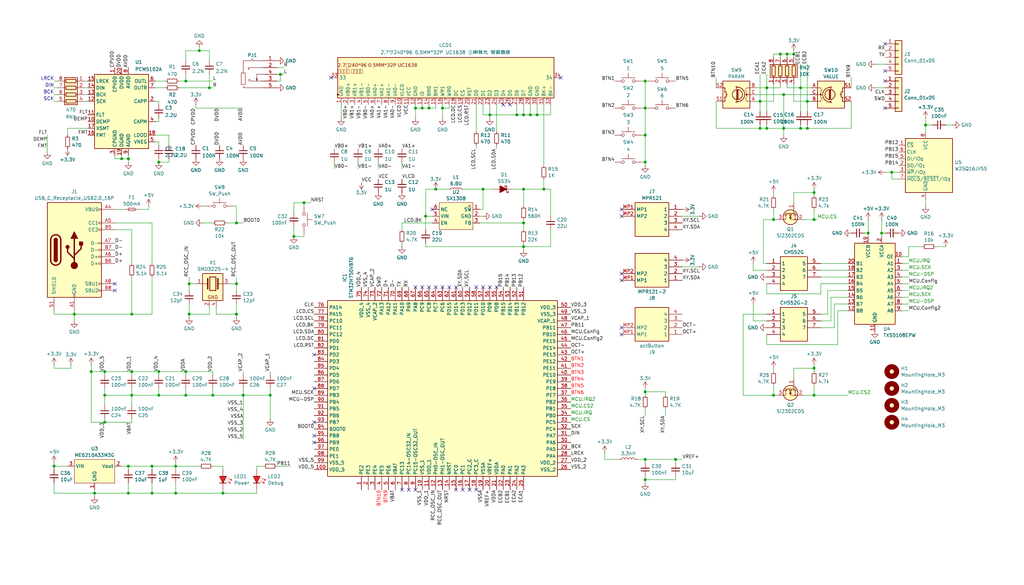
<source format=kicad_sch>
(kicad_sch (version 20250114) (generator "eeschema") (generator_version "9.0")
  (paper "User" 385 220)
  (junction (at 39.37 158.75))
  (junction (at 300.99 48.26))
  (junction (at 20.32 175.26))
  (junction (at 184.15 43.18))
  (junction (at 196.85 43.18))
  (junction (at 293.37 20.32))
  (junction (at 71.12 118.11))
  (junction (at 59.69 60.96))
  (junction (at 331.47 87.63))
  (junction (at 242.57 147.32))
  (junction (at 196.85 71.12))
  (junction (at 101.6 148.59))
  (junction (at 288.29 33.02))
  (junction (at 69.85 30.48))
  (junction (at 196.85 83.82))
  (junction (at 347.98 46.99))
  (junction (at 88.9 106.68))
  (junction (at 49.53 118.11))
  (junction (at 48.26 175.26))
  (junction (at 163.83 71.12))
  (junction (at 196.85 92.71))
  (junction (at 110.49 88.9))
  (junction (at 66.04 185.42))
  (junction (at 156.21 40.64))
  (junction (at 194.31 43.18))
  (junction (at 158.75 40.64))
  (junction (at 290.83 82.55))
  (junction (at 242.57 40.64))
  (junction (at 71.12 106.68))
  (junction (at 88.9 118.11))
  (junction (at 300.99 33.02))
  (junction (at 59.69 139.7))
  (junction (at 303.53 38.1))
  (junction (at 306.07 148.59))
  (junction (at 48.26 185.42))
  (junction (at 105.41 27.94))
  (junction (at 88.9 83.82))
  (junction (at 242.57 60.96))
  (junction (at 69.85 139.7))
  (junction (at 306.07 72.39))
  (junction (at 303.53 48.26))
  (junction (at 74.93 19.05))
  (junction (at 204.47 71.12))
  (junction (at 306.07 138.43))
  (junction (at 80.01 148.59))
  (junction (at 49.53 139.7))
  (junction (at 242.57 172.72))
  (junction (at 83.82 185.42))
  (junction (at 35.56 185.42))
  (junction (at 294.64 35.56))
  (junction (at 335.28 64.77))
  (junction (at 34.29 139.7))
  (junction (at 242.57 30.48))
  (junction (at 39.37 139.7))
  (junction (at 294.64 48.26))
  (junction (at 298.45 20.32))
  (junction (at 161.29 40.64))
  (junction (at 39.37 148.59))
  (junction (at 201.93 43.18))
  (junction (at 91.44 148.59))
  (junction (at 181.61 71.12))
  (junction (at 326.39 87.63))
  (junction (at 59.69 148.59))
  (junction (at 290.83 148.59))
  (junction (at 57.15 185.42))
  (junction (at 166.37 40.64))
  (junction (at 45.72 59.69))
  (junction (at 66.04 175.26))
  (junction (at 114.3 76.2))
  (junction (at 288.29 48.26))
  (junction (at 285.75 38.1))
  (junction (at 242.57 50.8))
  (junction (at 57.15 175.26))
  (junction (at 254 172.72))
  (junction (at 306.07 82.55))
  (junction (at 27.94 118.11))
  (junction (at 78.74 33.02))
  (junction (at 199.39 43.18))
  (junction (at 49.53 148.59))
  (junction (at 295.91 20.32))
  (junction (at 160.02 81.28))
  (junction (at 285.75 48.26))
  (junction (at 242.57 180.34))
  (junction (at 69.85 148.59))
  (junction (at 48.26 59.69))
  (no_connect (at 43.18 109.22))
  (no_connect (at 168.91 107.95))
  (no_connect (at 233.68 125.73))
  (no_connect (at 118.11 158.75))
  (no_connect (at 233.68 81.28))
  (no_connect (at 118.11 133.35))
  (no_connect (at 173.99 184.15))
  (no_connect (at 118.11 163.83))
  (no_connect (at 176.53 184.15))
  (no_connect (at 332.74 40.64))
  (no_connect (at 151.13 184.15))
  (no_connect (at 43.18 106.68))
  (no_connect (at 156.21 184.15))
  (no_connect (at 332.74 30.48))
  (no_connect (at 184.15 107.95))
  (no_connect (at 233.68 105.41))
  (no_connect (at 162.56 78.74))
  (no_connect (at 189.23 39.37))
  (no_connect (at 179.07 107.95))
  (no_connect (at 156.21 107.95))
  (no_connect (at 191.77 39.37))
  (no_connect (at 233.68 102.87))
  (no_connect (at 166.37 107.95))
  (no_connect (at 233.68 78.74))
  (no_connect (at 161.29 107.95))
  (no_connect (at 332.74 26.67))
  (no_connect (at 158.75 107.95))
  (no_connect (at 186.69 107.95))
  (no_connect (at 332.74 16.51))
  (no_connect (at 118.11 166.37))
  (no_connect (at 118.11 146.05))
  (no_connect (at 153.67 184.15))
  (no_connect (at 124.46 29.21))
  (no_connect (at 171.45 184.15))
  (no_connect (at 163.83 107.95))
  (no_connect (at 171.45 107.95))
  (no_connect (at 233.68 123.19))
  (no_connect (at 181.61 107.95))
  (no_connect (at 210.82 29.21))
  (no_connect (at 179.07 184.15))
  (wire (pts (xy 335.28 64.77) (xy 335.28 67.31)))
  (wire (pts (xy 20.32 35.56) (xy 21.59 35.56)))
  (wire (pts (xy 199.39 43.18) (xy 196.85 43.18)))
  (wire (pts (xy 314.96 129.54) (xy 314.96 116.84)))
  (wire (pts (xy 80.01 175.26) (xy 83.82 175.26)))
  (wire (pts (xy 160.02 91.44) (xy 160.02 92.71)))
  (wire (pts (xy 288.29 106.68) (xy 288.29 110.49)))
  (wire (pts (xy 57.15 185.42) (xy 48.26 185.42)))
  (wire (pts (xy 288.29 33.02) (xy 293.37 33.02)))
  (wire (pts (xy 250.19 153.67) (xy 250.19 156.21)))
  (wire (pts (xy 128.27 39.37) (xy 128.27 44.45)))
  (wire (pts (xy 69.85 27.94) (xy 69.85 30.48)))
  (wire (pts (xy 341.63 92.71) (xy 341.63 96.52)))
  (wire (pts (xy 181.61 43.18) (xy 184.15 43.18)))
  (wire (pts (xy 49.53 139.7) (xy 49.53 140.97)))
  (wire (pts (xy 43.18 59.69) (xy 45.72 59.69)))
  (wire (pts (xy 186.69 39.37) (xy 186.69 49.53)))
  (wire (pts (xy 48.26 185.42) (xy 35.56 185.42)))
  (wire (pts (xy 26.67 138.43) (xy 26.67 137.16)))
  (wire (pts (xy 31.75 38.1) (xy 33.02 38.1)))
  (wire (pts (xy 48.26 181.61) (xy 48.26 185.42)))
  (wire (pts (xy 290.83 72.39) (xy 290.83 73.66)))
  (wire (pts (xy 58.42 33.02) (xy 62.23 33.02)))
  (wire (pts (xy 306.07 72.39) (xy 306.07 73.66)))
  (wire (pts (xy 110.49 76.2) (xy 110.49 80.01)))
  (wire (pts (xy 168.91 71.12) (xy 163.83 71.12)))
  (wire (pts (xy 49.53 148.59) (xy 49.53 146.05)))
  (wire (pts (xy 66.04 175.26) (xy 74.93 175.26)))
  (wire (pts (xy 20.32 33.02) (xy 21.59 33.02)))
  (wire (pts (xy 156.21 40.64) (xy 156.21 44.45)))
  (wire (pts (xy 181.61 71.12) (xy 185.42 71.12)))
  (wire (pts (xy 20.32 137.16) (xy 20.32 138.43)))
  (wire (pts (xy 69.85 139.7) (xy 80.01 139.7)))
  (wire (pts (xy 69.85 148.59) (xy 69.85 146.05)))
  (wire (pts (xy 77.47 77.47) (xy 76.2 77.47)))
  (wire (pts (xy 242.57 172.72) (xy 254 172.72)))
  (wire (pts (xy 78.74 118.11) (xy 71.12 118.11)))
  (wire (pts (xy 39.37 139.7) (xy 49.53 139.7)))
  (wire (pts (xy 355.6 92.71) (xy 351.79 92.71)))
  (wire (pts (xy 196.85 43.18) (xy 194.31 43.18)))
  (wire (pts (xy 227.33 172.72) (xy 232.41 172.72)))
  (wire (pts (xy 20.32 138.43) (xy 26.67 138.43)))
  (wire (pts (xy 285.75 27.94) (xy 285.75 38.1)))
  (wire (pts (xy 168.91 39.37) (xy 168.91 40.64)))
  (wire (pts (xy 48.26 58.42) (xy 48.26 59.69)))
  (wire (pts (xy 45.72 175.26) (xy 48.26 175.26)))
  (wire (pts (xy 151.13 91.44) (xy 151.13 92.71)))
  (wire (pts (xy 78.74 19.05) (xy 74.93 19.05)))
  (wire (pts (xy 242.57 146.05) (xy 242.57 147.32)))
  (wire (pts (xy 39.37 146.05) (xy 39.37 148.59)))
  (wire (pts (xy 293.37 33.02) (xy 293.37 31.75)))
  (wire (pts (xy 88.9 106.68) (xy 88.9 109.22)))
  (wire (pts (xy 181.61 78.74) (xy 181.61 71.12)))
  (wire (pts (xy 241.3 60.96) (xy 242.57 60.96)))
  (wire (pts (xy 313.69 114.3) (xy 313.69 123.19)))
  (wire (pts (xy 262.89 100.33) (xy 256.54 100.33)))
  (wire (pts (xy 34.29 137.16) (xy 34.29 139.7)))
  (wire (pts (xy 298.45 31.75) (xy 298.45 38.1)))
  (wire (pts (xy 142.24 63.5) (xy 142.24 60.96)))
  (wire (pts (xy 31.75 30.48) (xy 33.02 30.48)))
  (wire (pts (xy 71.12 118.11) (xy 71.12 119.38)))
  (wire (pts (xy 242.57 147.32) (xy 242.57 148.59)))
  (wire (pts (xy 179.07 55.88) (xy 179.07 54.61)))
  (wire (pts (xy 241.3 50.8) (xy 242.57 50.8)))
  (wire (pts (xy 66.04 173.99) (xy 66.04 175.26)))
  (wire (pts (xy 166.37 39.37) (xy 166.37 40.64)))
  (wire (pts (xy 76.2 83.82) (xy 80.01 83.82)))
  (wire (pts (xy 88.9 114.3) (xy 88.9 118.11)))
  (wire (pts (xy 283.21 120.65) (xy 288.29 120.65)))
  (wire (pts (xy 180.34 83.82) (xy 196.85 83.82)))
  (wire (pts (xy 184.15 39.37) (xy 184.15 43.18)))
  (wire (pts (xy 91.44 146.05) (xy 91.44 148.59)))
  (wire (pts (xy 207.01 86.36) (xy 207.01 92.71)))
  (wire (pts (xy 242.57 153.67) (xy 242.57 156.21)))
  (wire (pts (xy 303.53 38.1) (xy 298.45 38.1)))
  (wire (pts (xy 298.45 19.05) (xy 298.45 20.32)))
  (wire (pts (xy 134.62 63.5) (xy 134.62 60.96)))
  (wire (pts (xy 341.63 109.22) (xy 339.09 109.22)))
  (wire (pts (xy 308.61 118.11) (xy 311.15 118.11)))
  (wire (pts (xy 306.07 82.55) (xy 307.34 82.55)))
  (wire (pts (xy 85.09 83.82) (xy 88.9 83.82)))
  (wire (pts (xy 179.07 39.37) (xy 179.07 49.53)))
  (wire (pts (xy 156.21 39.37) (xy 156.21 40.64)))
  (wire (pts (xy 346.71 92.71) (xy 341.63 92.71)))
  (wire (pts (xy 293.37 20.32) (xy 293.37 21.59)))
  (wire (pts (xy 66.04 185.42) (xy 57.15 185.42)))
  (wire (pts (xy 180.34 81.28) (xy 181.61 81.28)))
  (wire (pts (xy 326.39 82.55) (xy 326.39 87.63)))
  (wire (pts (xy 20.32 38.1) (xy 21.59 38.1)))
  (wire (pts (xy 49.53 104.14) (xy 49.53 118.11)))
  (wire (pts (xy 298.45 72.39) (xy 306.07 72.39)))
  (wire (pts (xy 262.89 81.28) (xy 256.54 81.28)))
  (wire (pts (xy 308.61 104.14) (xy 318.77 104.14)))
  (wire (pts (xy 306.07 148.59) (xy 302.26 148.59)))
  (wire (pts (xy 181.61 39.37) (xy 181.61 43.18)))
  (wire (pts (xy 78.74 33.02) (xy 80.01 33.02)))
  (wire (pts (xy 166.37 40.64) (xy 166.37 44.45)))
  (wire (pts (xy 69.85 30.48) (xy 80.01 30.48)))
  (wire (pts (xy 283.21 114.3) (xy 283.21 120.65)))
  (wire (pts (xy 88.9 118.11) (xy 81.28 118.11)))
  (wire (pts (xy 106.68 25.4) (xy 104.14 25.4)))
  (wire (pts (xy 173.99 71.12) (xy 181.61 71.12)))
  (wire (pts (xy 318.77 114.3) (xy 313.69 114.3)))
  (wire (pts (xy 298.45 138.43) (xy 306.07 138.43)))
  (wire (pts (xy 58.42 30.48) (xy 62.23 30.48)))
  (wire (pts (xy 306.07 78.74) (xy 306.07 82.55)))
  (wire (pts (xy 303.53 38.1) (xy 303.53 41.91)))
  (wire (pts (xy 339.09 96.52) (xy 341.63 96.52)))
  (wire (pts (xy 288.29 33.02) (xy 288.29 41.91)))
  (wire (pts (xy 287.02 82.55) (xy 287.02 99.06)))
  (wire (pts (xy 57.15 176.53) (xy 57.15 175.26)))
  (wire (pts (xy 55.88 77.47) (xy 55.88 78.74)))
  (wire (pts (xy 283.21 101.6) (xy 288.29 101.6)))
  (wire (pts (xy 306.07 72.39) (xy 306.07 71.12)))
  (wire (pts (xy 242.57 60.96) (xy 242.57 62.23)))
  (wire (pts (xy 293.37 20.32) (xy 295.91 20.32)))
  (wire (pts (xy 303.53 48.26) (xy 300.99 48.26)))
  (wire (pts (xy 20.32 176.53) (xy 20.32 175.26)))
  (wire (pts (xy 39.37 158.75) (xy 49.53 158.75)))
  (wire (pts (xy 168.91 40.64) (xy 166.37 40.64)))
  (wire (pts (xy 59.69 139.7) (xy 59.69 140.97)))
  (wire (pts (xy 241.3 40.64) (xy 242.57 40.64)))
  (wire (pts (xy 66.04 175.26) (xy 57.15 175.26)))
  (wire (pts (xy 73.66 39.37) (xy 73.66 40.64)))
  (wire (pts (xy 300.99 48.26) (xy 294.64 48.26)))
  (wire (pts (xy 290.83 138.43) (xy 290.83 139.7)))
  (wire (pts (xy 27.94 118.11) (xy 27.94 116.84)))
  (wire (pts (xy 99.06 175.26) (xy 96.52 175.26)))
  (wire (pts (xy 285.75 46.99) (xy 285.75 48.26)))
  (wire (pts (xy 306.07 138.43) (xy 306.07 137.16)))
  (wire (pts (xy 101.6 148.59) (xy 91.44 148.59)))
  (wire (pts (xy 57.15 181.61) (xy 57.15 185.42)))
  (wire (pts (xy 303.53 46.99) (xy 303.53 48.26)))
  (wire (pts (xy 63.5 54.61) (xy 63.5 50.8)))
  (wire (pts (xy 59.69 148.59) (xy 69.85 148.59)))
  (wire (pts (xy 80.01 148.59) (xy 80.01 146.05)))
  (wire (pts (xy 180.34 78.74) (xy 181.61 78.74)))
  (wire (pts (xy 69.85 19.05) (xy 69.85 22.86)))
  (wire (pts (xy 254 179.07) (xy 254 180.34)))
  (wire (pts (xy 49.53 86.36) (xy 49.53 99.06)))
  (wire (pts (xy 34.29 139.7) (xy 34.29 158.75)))
  (wire (pts (xy 39.37 148.59) (xy 39.37 152.4)))
  (wire (pts (xy 290.83 20.32) (xy 293.37 20.32)))
  (wire (pts (xy 300.99 33.02) (xy 300.99 41.91)))
  (wire (pts (xy 151.13 63.5) (xy 151.13 60.96)))
  (wire (pts (xy 57.15 83.82) (xy 57.15 99.06)))
  (wire (pts (xy 160.02 81.28) (xy 162.56 81.28)))
  (wire (pts (xy 242.57 40.64) (xy 242.57 50.8)))
  (wire (pts (xy 71.12 106.68) (xy 71.12 109.22)))
  (wire (pts (xy 156.21 40.64) (xy 158.75 40.64)))
  (wire (pts (xy 20.32 181.61) (xy 20.32 185.42)))
  (wire (pts (xy 285.75 38.1) (xy 285.75 41.91)))
  (wire (pts (xy 59.69 139.7) (xy 69.85 139.7)))
  (wire (pts (xy 290.83 78.74) (xy 290.83 82.55)))
  (wire (pts (xy 312.42 111.76) (xy 318.77 111.76)))
  (wire (pts (xy 242.57 173.99) (xy 242.57 172.72)))
  (wire (pts (xy 105.41 27.94) (xy 104.14 27.94)))
  (wire (pts (xy 78.74 27.94) (xy 78.74 33.02)))
  (wire (pts (xy 254 173.99) (xy 254 172.72)))
  (wire (pts (xy 31.75 35.56) (xy 33.02 35.56)))
  (wire (pts (xy 290.83 82.55) (xy 292.1 82.55)))
  (wire (pts (xy 193.04 71.12) (xy 196.85 71.12)))
  (wire (pts (xy 57.15 175.26) (xy 48.26 175.26)))
  (wire (pts (xy 49.53 148.59) (xy 59.69 148.59)))
  (wire (pts (xy 74.93 19.05) (xy 69.85 19.05)))
  (wire (pts (xy 66.04 176.53) (xy 66.04 175.26)))
  (wire (pts (xy 288.29 118.11) (xy 279.4 118.11)))
  (wire (pts (xy 63.5 50.8) (xy 58.42 50.8)))
  (wire (pts (xy 43.18 78.74) (xy 46.99 78.74)))
  (wire (pts (xy 207.01 71.12) (xy 204.47 71.12)))
  (wire (pts (xy 300.99 24.13) (xy 300.99 33.02)))
  (wire (pts (xy 196.85 71.12) (xy 196.85 77.47)))
  (wire (pts (xy 114.3 88.9) (xy 114.3 87.63)))
  (wire (pts (xy 196.85 82.55) (xy 196.85 83.82)))
  (wire (pts (xy 207.01 92.71) (xy 196.85 92.71)))
  (wire (pts (xy 163.83 39.37) (xy 163.83 40.64)))
  (wire (pts (xy 328.93 33.02) (xy 332.74 33.02)))
  (wire (pts (xy 105.41 30.48) (xy 104.14 30.48)))
  (wire (pts (xy 196.85 83.82) (xy 196.85 86.36)))
  (wire (pts (xy 201.93 43.18) (xy 207.01 43.18)))
  (wire (pts (xy 341.63 99.06) (xy 339.09 99.06)))
  (wire (pts (xy 308.61 101.6) (xy 318.77 101.6)))
  (wire (pts (xy 314.96 116.84) (xy 318.77 116.84)))
  (wire (pts (xy 57.15 118.11) (xy 49.53 118.11)))
  (wire (pts (xy 20.32 118.11) (xy 27.94 118.11)))
  (wire (pts (xy 83.82 175.26) (xy 83.82 176.53)))
  (wire (pts (xy 347.98 74.93) (xy 347.98 77.47)))
  (wire (pts (xy 199.39 39.37) (xy 199.39 43.18)))
  (wire (pts (xy 74.93 17.78) (xy 74.93 19.05)))
  (wire (pts (xy 318.77 109.22) (xy 311.15 109.22)))
  (wire (pts (xy 69.85 148.59) (xy 80.01 148.59)))
  (wire (pts (xy 250.19 147.32) (xy 242.57 147.32)))
  (wire (pts (xy 284.48 38.1) (xy 285.75 38.1)))
  (wire (pts (xy 110.49 85.09) (xy 110.49 88.9)))
  (wire (pts (xy 69.85 139.7) (xy 69.85 140.97)))
  (wire (pts (xy 298.45 76.2) (xy 298.45 72.39)))
  (wire (pts (xy 91.44 148.59) (xy 80.01 148.59)))
  (wire (pts (xy 35.56 185.42) (xy 35.56 184.15)))
  (wire (pts (xy 290.83 144.78) (xy 290.83 148.59)))
  (wire (pts (xy 184.15 43.18) (xy 194.31 43.18)))
  (wire (pts (xy 294.64 35.56) (xy 304.8 35.56)))
  (wire (pts (xy 39.37 148.59) (xy 49.53 148.59)))
  (wire (pts (xy 285.75 48.26) (xy 288.29 48.26)))
  (wire (pts (xy 242.57 179.07) (xy 242.57 180.34)))
  (wire (pts (xy 294.64 48.26) (xy 294.64 50.8)))
  (wire (pts (xy 308.61 120.65) (xy 312.42 120.65)))
  (wire (pts (xy 337.82 67.31) (xy 335.28 67.31)))
  (wire (pts (xy 204.47 39.37) (xy 204.47 62.23)))
  (wire (pts (xy 308.61 106.68) (xy 318.77 106.68)))
  (wire (pts (xy 304.8 33.02) (xy 300.99 33.02)))
  (wire (pts (xy 45.72 59.69) (xy 48.26 59.69)))
  (wire (pts (xy 295.91 33.02) (xy 295.91 31.75)))
  (wire (pts (xy 43.18 83.82) (xy 57.15 83.82)))
  (wire (pts (xy 306.07 138.43) (xy 306.07 139.7)))
  (wire (pts (xy 114.3 76.2) (xy 116.84 76.2)))
  (wire (pts (xy 290.83 21.59) (xy 290.83 20.32)))
  (wire (pts (xy 25.4 48.26) (xy 33.02 48.26)))
  (wire (pts (xy 59.69 45.72) (xy 59.69 44.45)))
  (wire (pts (xy 49.53 139.7) (xy 59.69 139.7)))
  (wire (pts (xy 295.91 33.02) (xy 300.99 33.02)))
  (wire (pts (xy 227.33 170.18) (xy 227.33 172.72)))
  (wire (pts (xy 59.69 148.59) (xy 59.69 146.05)))
  (wire (pts (xy 59.69 53.34) (xy 59.69 54.61)))
  (wire (pts (xy 308.61 123.19) (xy 313.69 123.19)))
  (wire (pts (xy 163.83 40.64) (xy 161.29 40.64)))
  (wire (pts (xy 204.47 67.31) (xy 204.47 71.12)))
  (wire (pts (xy 269.24 48.26) (xy 269.24 38.1)))
  (wire (pts (xy 242.57 30.48) (xy 242.57 40.64)))
  (wire (pts (xy 49.53 148.59) (xy 49.53 152.4)))
  (wire (pts (xy 91.44 165.1) (xy 91.44 148.59)))
  (wire (pts (xy 96.52 175.26) (xy 96.52 176.53)))
  (wire (pts (xy 194.31 39.37) (xy 194.31 43.18)))
  (wire (pts (xy 269.24 29.21) (xy 269.24 33.02)))
  (wire (pts (xy 328.93 24.13) (xy 332.74 24.13)))
  (wire (pts (xy 125.73 63.5) (xy 125.73 60.96)))
  (wire (pts (xy 306.07 144.78) (xy 306.07 148.59)))
  (wire (pts (xy 331.47 82.55) (xy 331.47 87.63)))
  (wire (pts (xy 288.29 46.99) (xy 288.29 48.26)))
  (wire (pts (xy 158.75 40.64) (xy 161.29 40.64)))
  (wire (pts (xy 196.85 39.37) (xy 196.85 43.18)))
  (wire (pts (xy 43.18 86.36) (xy 49.53 86.36)))
  (wire (pts (xy 325.12 87.63) (xy 326.39 87.63)))
  (wire (pts (xy 31.75 33.02) (xy 33.02 33.02)))
  (wire (pts (xy 288.29 27.94) (xy 288.29 33.02)))
  (wire (pts (xy 114.3 77.47) (xy 114.3 76.2)))
  (wire (pts (xy 283.21 99.06) (xy 283.21 101.6)))
  (wire (pts (xy 83.82 184.15) (xy 83.82 185.42)))
  (wire (pts (xy 320.04 48.26) (xy 320.04 38.1)))
  (wire (pts (xy 20.32 173.99) (xy 20.32 175.26)))
  (wire (pts (xy 207.01 81.28) (xy 207.01 71.12)))
  (wire (pts (xy 59.69 59.69) (xy 59.69 60.96)))
  (wire (pts (xy 326.39 87.63) (xy 326.39 88.9)))
  (wire (pts (xy 241.3 30.48) (xy 242.57 30.48)))
  (wire (pts (xy 78.74 115.57) (xy 78.74 118.11)))
  (wire (pts (xy 109.22 175.26) (xy 104.14 175.26)))
  (wire (pts (xy 86.36 106.68) (xy 88.9 106.68)))
  (wire (pts (xy 332.74 87.63) (xy 331.47 87.63)))
  (wire (pts (xy 81.28 115.57) (xy 81.28 118.11)))
  (wire (pts (xy 39.37 157.48) (xy 39.37 158.75)))
  (wire (pts (xy 298.45 142.24) (xy 298.45 138.43)))
  (wire (pts (xy 335.28 64.77) (xy 337.82 64.77)))
  (wire (pts (xy 311.15 109.22) (xy 311.15 118.11)))
  (wire (pts (xy 254 172.72) (xy 256.54 172.72)))
  (wire (pts (xy 59.69 38.1) (xy 58.42 38.1)))
  (wire (pts (xy 161.29 39.37) (xy 161.29 40.64)))
  (wire (pts (xy 339.09 116.84) (xy 341.63 116.84)))
  (wire (pts (xy 347.98 46.99) (xy 347.98 49.53)))
  (wire (pts (xy 49.53 118.11) (xy 27.94 118.11)))
  (wire (pts (xy 201.93 43.18) (xy 199.39 43.18)))
  (wire (pts (xy 160.02 71.12) (xy 160.02 81.28)))
  (wire (pts (xy 52.07 78.74) (xy 55.88 78.74)))
  (wire (pts (xy 284.48 33.02) (xy 288.29 33.02)))
  (wire (pts (xy 163.83 71.12) (xy 160.02 71.12)))
  (wire (pts (xy 88.9 83.82) (xy 88.9 77.47)))
  (wire (pts (xy 332.74 64.77) (xy 335.28 64.77)))
  (wire (pts (xy 298.45 20.32) (xy 298.45 21.59)))
  (wire (pts (xy 279.4 148.59) (xy 290.83 148.59)))
  (wire (pts (xy 284.48 35.56) (xy 294.64 35.56)))
  (wire (pts (xy 290.83 148.59) (xy 292.1 148.59)))
  (wire (pts (xy 48.26 59.69) (xy 48.26 60.96)))
  (wire (pts (xy 91.44 139.7) (xy 91.44 140.97)))
  (wire (pts (xy 43.18 58.42) (xy 43.18 59.69)))
  (wire (pts (xy 240.03 172.72) (xy 242.57 172.72)))
  (wire (pts (xy 35.56 185.42) (xy 35.56 186.69)))
  (wire (pts (xy 83.82 185.42) (xy 66.04 185.42)))
  (wire (pts (xy 110.49 88.9) (xy 114.3 88.9)))
  (wire (pts (xy 288.29 48.26) (xy 294.64 48.26)))
  (wire (pts (xy 34.29 158.75) (xy 39.37 158.75)))
  (wire (pts (xy 160.02 92.71) (xy 196.85 92.71)))
  (wire (pts (xy 355.6 46.99) (xy 358.14 46.99)))
  (wire (pts (xy 279.4 118.11) (xy 279.4 148.59)))
  (wire (pts (xy 331.47 87.63) (xy 331.47 88.9)))
  (wire (pts (xy 105.41 27.94) (xy 105.41 30.48)))
  (wire (pts (xy 96.52 185.42) (xy 83.82 185.42)))
  (wire (pts (xy 341.63 111.76) (xy 339.09 111.76)))
  (wire (pts (xy 347.98 44.45) (xy 347.98 46.99)))
  (wire (pts (xy 350.52 46.99) (xy 347.98 46.99)))
  (wire (pts (xy 78.74 19.05) (xy 78.74 22.86)))
  (wire (pts (xy 71.12 118.11) (xy 71.12 114.3)))
  (wire (pts (xy 341.63 104.14) (xy 339.09 104.14)))
  (wire (pts (xy 288.29 110.49) (xy 308.61 110.49)))
  (wire (pts (xy 290.83 82.55) (xy 287.02 82.55)))
  (wire (pts (xy 269.24 48.26) (xy 285.75 48.26)))
  (wire (pts (xy 58.42 45.72) (xy 59.69 45.72)))
  (wire (pts (xy 306.07 148.59) (xy 318.77 148.59)))
  (wire (pts (xy 242.57 50.8) (xy 242.57 60.96)))
  (wire (pts (xy 320.04 29.21) (xy 320.04 33.02)))
  (wire (pts (xy 300.99 46.99) (xy 300.99 48.26)))
  (wire (pts (xy 59.69 39.37) (xy 59.69 38.1)))
  (wire (pts (xy 160.02 81.28) (xy 160.02 86.36)))
  (wire (pts (xy 59.69 53.34) (xy 58.42 53.34)))
  (wire (pts (xy 339.09 106.68) (xy 341.63 106.68)))
  (wire (pts (xy 250.19 148.59) (xy 250.19 147.32)))
  (wire (pts (xy 39.37 139.7) (xy 34.29 139.7)))
  (wire (pts (xy 290.83 31.75) (xy 290.83 38.1)))
  (wire (pts (xy 69.85 30.48) (xy 67.31 30.48)))
  (wire (pts (xy 27.94 118.11) (xy 27.94 120.65)))
  (wire (pts (xy 20.32 116.84) (xy 20.32 118.11)))
  (wire (pts (xy 101.6 139.7) (xy 101.6 140.97)))
  (wire (pts (xy 303.53 24.13) (xy 303.53 38.1)))
  (wire (pts (xy 88.9 118.11) (xy 88.9 119.38)))
  (wire (pts (xy 57.15 104.14) (xy 57.15 118.11)))
  (wire (pts (xy 101.6 146.05) (xy 101.6 148.59)))
  (wire (pts (xy 294.64 35.56) (xy 294.64 48.26)))
  (wire (pts (xy 287.02 99.06) (xy 288.29 99.06)))
  (wire (pts (xy 45.72 58.42) (xy 45.72 59.69)))
  (wire (pts (xy 295.91 20.32) (xy 298.45 20.32)))
  (wire (pts (xy 88.9 77.47) (xy 87.63 77.47)))
  (wire (pts (xy 80.01 139.7) (xy 80.01 140.97)))
  (wire (pts (xy 20.32 175.26) (xy 25.4 175.26)))
  (wire (pts (xy 101.6 148.59) (xy 101.6 157.48)))
  (wire (pts (xy 96.52 184.15) (xy 96.52 185.42)))
  (wire (pts (xy 17.78 50.8) (xy 17.78 57.15)))
  (wire (pts (xy 63.5 60.96) (xy 59.69 60.96)))
  (wire (pts (xy 242.57 180.34) (xy 242.57 181.61)))
  (wire (pts (xy 243.84 40.64) (xy 242.57 40.64)))
  (wire (pts (xy 303.53 48.26) (xy 320.04 48.26)))
  (wire (pts (xy 39.37 140.97) (xy 39.37 139.7)))
  (wire (pts (xy 308.61 110.49) (xy 308.61 106.68)))
  (wire (pts (xy 88.9 83.82) (xy 91.44 83.82)))
  (wire (pts (xy 312.42 120.65) (xy 312.42 111.76)))
  (wire (pts (xy 114.3 76.2) (xy 110.49 76.2)))
  (wire (pts (xy 242.57 30.48) (xy 243.84 30.48)))
  (wire (pts (xy 285.75 38.1) (xy 290.83 38.1)))
  (wire (pts (xy 295.91 20.32) (xy 295.91 21.59)))
  (wire (pts (xy 308.61 99.06) (xy 318.77 99.06)))
  (wire (pts (xy 106.68 27.94) (xy 105.41 27.94)))
  (wire (pts (xy 201.93 39.37) (xy 201.93 43.18)))
  (wire (pts (xy 63.5 59.69) (xy 63.5 60.96)))
  (wire (pts (xy 341.63 114.3) (xy 339.09 114.3)))
  (wire (pts (xy 288.29 129.54) (xy 314.96 129.54)))
  (wire (pts (xy 184.15 43.18) (xy 184.15 44.45)))
  (wire (pts (xy 49.53 157.48) (xy 49.53 158.75)))
  (wire (pts (xy 67.31 33.02) (xy 78.74 33.02)))
  (wire (pts (xy 186.69 55.88) (xy 186.69 54.61)))
  (wire (pts (xy 196.85 92.71) (xy 196.85 93.98)))
  (wire (pts (xy 196.85 91.44) (xy 196.85 92.71)))
  (wire (pts (xy 158.75 39.37) (xy 158.75 40.64)))
  (wire (pts (xy 71.12 104.14) (xy 71.12 106.68)))
  (wire (pts (xy 20.32 30.48) (xy 21.59 30.48)))
  (wire (pts (xy 25.4 50.8) (xy 25.4 48.26)))
  (wire (pts (xy 254 180.34) (xy 242.57 180.34)))
  (wire (pts (xy 48.26 175.26) (xy 48.26 176.53)))
  (wire (pts (xy 306.07 82.55) (xy 302.26 82.55)))
  (wire (pts (xy 288.29 125.73) (xy 288.29 129.54)))
  (wire (pts (xy 88.9 104.14) (xy 88.9 106.68)))
  (wire (pts (xy 151.13 83.82) (xy 151.13 86.36)))
  (wire (pts (xy 66.04 181.61) (xy 66.04 185.42)))
  (wire (pts (xy 73.66 40.64) (xy 91.44 40.64)))
  (wire (pts (xy 207.01 43.18) (xy 207.01 39.37)))
  (wire (pts (xy 151.13 83.82) (xy 162.56 83.82)))
  (wire (pts (xy 204.47 71.12) (xy 196.85 71.12)))
  (wire (pts (xy 73.66 106.68) (xy 71.12 106.68)))
  (wire (pts (xy 20.32 185.42) (xy 35.56 185.42)))
  (wire (pts (xy 304.8 38.1) (xy 303.53 38.1)))
  (wire (pts (xy 341.63 101.6) (xy 339.09 101.6)))
  (label "MCU-DSP" (at 341.63 104.14 0))
  (label "VSS_5" (at 91.44 165.1 180))
  (label "MCU.IRQ" (at 341.63 99.06 0))
  (label "VA1+" (at 151.13 55.88 0))
  (label "ECA1" (at 285.75 27.94 90))
  (label "PB13" (at 337.82 57.15 180))
  (label "VB0-" (at 138.43 39.37 270))
  (label "SCK" (at 214.63 161.29 0))
  (label "BTN10" (at 143.51 184.15 270))
  (label "DIN" (at 20.32 33.02 180))
  (label "VB0-" (at 125.73 63.5 0))
  (label "LCD.DC" (at 171.45 39.37 270))
  (label "DVDD" (at 45.72 25.4 90))
  (label "VDD_1" (at 161.29 184.15 270))
  (label "LCD.BK" (at 118.11 123.19 180))
  (label "LCD.SCL" (at 179.07 55.88 270))
  (label "ECA2" (at 288.29 27.94 90))
  (label "NRST" (at 168.91 184.15 270))
  (label "FMT" (at 33.02 50.8 180))
  (label "LCD.SDA" (at 118.11 125.73 180))
  (label "CLK" (at 332.74 35.56 180))
  (label "OCT+" (at 256.54 125.73 0))
  (label "BTN3" (at 231.14 50.8 180))
  (label "D+" (at 43.18 96.52 0))
  (label "L" (at 106.68 27.94 0))
  (label "MCU.Config" (at 341.63 106.68 0))
  (label "VSS_4" (at 91.44 154.94 180))
  (label "MCU.Config2" (at 214.63 128.27 0))
  (label "PB12" (at 196.85 107.95 90))
  (label "BTN9" (at 320.04 29.21 90))
  (label "LCD.DC" (at 118.11 128.27 180))
  (label "ECB2" (at 303.53 24.13 90))
  (label "OCT+" (at 214.63 133.35 0))
  (label "XY.SCL" (at 256.54 102.87 0))
  (label "BTN5" (at 254 30.48 0))
  (label "VSS_4" (at 138.43 107.95 90))
  (label "XY.SCL" (at 242.57 156.21 270))
  (label "VA0-" (at 142.24 63.5 0))
  (label "PB14" (at 191.77 107.95 90))
  (label "VSS_5" (at 118.11 173.99 180))
  (label "BCK" (at 214.63 168.91 0))
  (label "MCU.SCK" (at 341.63 101.6 0))
  (label "BTN10" (at 269.24 29.21 90))
  (label "VCC" (at 153.67 39.37 270))
  (label "BCK" (at 20.32 35.56 180))
  (label "MCU.Config2" (at 341.63 116.84 0))
  (label "VSS_3" (at 91.44 160.02 180))
  (label "VDD_2" (at 80.01 139.7 90))
  (label "MCU.IRQ2" (at 214.63 151.13 0))
  (label "CPVDD" (at 73.66 40.64 270))
  (label "MCU.SCK" (at 118.11 148.59 180))
  (label "XY.SCL" (at 176.53 107.95 90))
  (label "RCC_OSC_IN" (at 163.83 184.15 270))
  (label "VSS_3" (at 214.63 118.11 0))
  (label "BTN6" (at 214.63 148.59 0))
  (label "VBAT" (at 148.59 184.15 270))
  (label "VREF+" (at 256.54 172.72 0))
  (label "VA1-" (at 151.13 63.5 0))
  (label "BTN4" (at 231.14 60.96 180))
  (label "BTN3" (at 214.63 140.97 0))
  (label "RCC_OSC_IN" (at 71.12 104.14 90))
  (label "BTN2" (at 214.63 138.43 0))
  (label "VCAP_2" (at 140.97 107.95 90))
  (label "BTN1" (at 231.14 30.48 180))
  (label "NRST" (at 116.84 76.2 0))
  (label "VDD_4" (at 59.69 139.7 90))
  (label "ECB2" (at 189.23 184.15 270))
  (label "R" (at 106.68 25.4 0))
  (label "VA1-" (at 146.05 39.37 270))
  (label "ECA1" (at 196.85 184.15 270))
  (label "XY.SDA" (at 256.54 86.36 0))
  (label "MCU.CS2" (at 318.77 148.59 0))
  (label "DEMP" (at 33.02 45.72 180))
  (label "VA0+" (at 142.24 55.88 0))
  (label "DVDD" (at 82.55 40.64 270))
  (label "VB1+" (at 134.62 55.88 0))
  (label "VSSA" (at 91.44 157.48 180))
  (label "D-" (at 43.18 93.98 0))
  (label "VDD_5" (at 118.11 176.53 180))
  (label "VDD_2" (at 214.63 173.99 0))
  (label "FLT" (at 17.78 50.8 180))
  (label "VB0+" (at 125.73 55.88 0))
  (label "VCC" (at 135.89 68.58 0))
  (label "FLT" (at 33.02 43.18 180))
  (label "AVDD" (at 48.26 25.4 90))
  (label "VA1+" (at 143.51 39.37 270))
  (label "XY.SCL" (at 256.54 83.82 0))
  (label "VSS_2" (at 91.44 162.56 180))
  (label "LCD.SDA" (at 186.69 55.88 270))
  (label "VA0-" (at 148.59 39.37 270))
  (label "LCD.CS" (at 173.99 39.37 270))
  (label "VSSA" (at 181.61 184.15 270))
  (label "VLCD" (at 151.13 39.37 270))
  (label "SWD" (at 332.74 38.1 180))
  (label "RCC_OSC_OUT" (at 88.9 104.14 90))
  (label "L" (at 80.01 30.48 0))
  (label "OCT-" (at 214.63 130.81 0))
  (label "CLK" (at 118.11 115.57 180))
  (label "XY.SDA" (at 173.99 107.95 90))
  (label "ECB1" (at 300.99 24.13 90))
  (label "PB12" (at 337.82 54.61 180))
  (label "VDD_5" (at 39.37 139.7 90))
  (label "VB1-" (at 135.89 39.37 270))
  (label "ECA2" (at 194.31 184.15 270))
  (label "FMT" (at 17.78 55.88 180))
  (label "VBAT" (at 49.53 158.75 270))
  (label "BTN1" (at 214.63 135.89 0))
  (label "D-" (at 148.59 107.95 90))
  (label "MCU.CS" (at 307.34 82.55 0))
  (label "AVDD" (at 91.44 54.61 90))
  (label "BTN9" (at 146.05 184.15 270))
  (label "VCAP_2" (at 91.44 139.7 90))
  (label "VB0+" (at 130.81 39.37 270))
  (label "VB1+" (at 133.35 39.37 270))
  (label "MCU-DSP" (at 341.63 114.3 0))
  (label "VSS_2" (at 214.63 176.53 0))
  (label "PB11" (at 109.22 175.26 180))
  (label "LCD.RST" (at 118.11 130.81 180))
  (label "CPVDD" (at 73.66 54.61 90))
  (label "TX" (at 332.74 21.59 180))
  (label "BOOT0" (at 91.44 83.82 0))
  (label "VREF+" (at 184.15 184.15 270))
  (label "CPVDD" (at 43.18 25.4 90))
  (label "VDD_1" (at 49.53 139.7 90))
  (label "LCD.SCL" (at 118.11 120.65 180))
  (label "BOOT0" (at 118.11 161.29 180))
  (label "VA0+" (at 140.97 39.37 270))
  (label "OCT-" (at 256.54 123.19 0))
  (label "ECB1" (at 191.77 184.15 270))
  (label "VCAP_1" (at 101.6 139.7 90))
  (label "LRCK" (at 20.32 30.48 180))
  (label "R" (at 80.01 33.02 0))
  (label "VSS_1" (at 91.44 152.4 180))
  (label "PB11" (at 214.63 123.19 0))
  (label "VSS_1" (at 158.75 184.15 270))
  (label "LCD.CS" (at 118.11 118.11 180))
  (label "LCD.RST" (at 176.53 39.37 270))
  (label "MCU.IRQ" (at 214.63 156.21 0))
  (label "RX" (at 153.67 107.95 90))
  (label "D-" (at 43.18 91.44 0))
  (label "LCD.BK" (at 158.75 83.82 180))
  (label "VLCD" (at 151.13 67.31 0))
  (label "VDD_3" (at 214.63 115.57 0))
  (label "VCC" (at 142.24 67.31 0))
  (label "SWD" (at 143.51 107.95 90))
  (label "MCU.SCK" (at 341.63 111.76 0))
  (label "AVDD" (at 91.44 40.64 270))
  (label "BTN4" (at 214.63 143.51 0))
  (label "PB14" (at 337.82 62.23 180))
  (label "MCU.Config" (at 214.63 125.73 0))
  (label "RCC_OSC_OUT" (at 166.37 184.15 270))
  (label "PB13" (at 194.31 107.95 90))
  (label "PB15" (at 337.82 59.69 180))
  (label "VDD_4" (at 135.89 107.95 90))
  (label "DIN" (at 214.63 163.83 0))
  (label "DEMP" (at 17.78 53.34 180))
  (label "RX" (at 332.74 19.05 180))
  (label "DVDD" (at 82.55 54.61 90))
  (label "PB15" (at 189.23 107.95 90))
  (label "D+" (at 43.18 99.06 0))
  (label "XY.SDA" (at 250.19 156.21 270))
  (label "XY.SDA" (at 256.54 105.41 0))
  (label "SCK" (at 20.32 38.1 180))
  (label "MCU-DSP" (at 118.11 151.13 180))
  (label "VDDA" (at 186.69 184.15 270))
  (label "VDD_3" (at 39.37 158.75 270))
  (label "D+" (at 146.05 107.95 90))
  (label "BTN5" (at 214.63 146.05 0))
  (label "MCU.CS2" (at 214.63 153.67 0))
  (label "VDDA" (at 69.85 139.7 90))
  (label "MCU.IRQ2" (at 341.63 109.22 0))
  (label "MCU.CS" (at 214.63 158.75 0))
  (label "VB1-" (at 134.62 63.5 0))
  (label "BTN2" (at 231.14 40.64 180))
  (label "TX" (at 151.13 107.95 90))
  (label "VCAP_1" (at 214.63 120.65 0))
  (label "LRCK" (at 214.63 171.45 0))
  (label "BTN6" (at 254 40.64 0))
  (symbol (lib_id "Device:C_Small") (at 66.04 179.07 0) (unit 1)
    (property "Reference" "C39" (at 68.3641 177.8641 0) (effects (justify left)))
    (property "Value" "100nF" (at 68.3641 180.2884 0) (effects (justify left)))
    (property "Footprint" "PCM_Capacitor_SMD_AKL:C_0603_1608Metric" (effects (hide yes)))
    (property "Description" "Unpolarized capacitor, small symbol" (effects (hide yes)))
  )
  (symbol (lib_id "Device:RotaryEncoder_Switch") (at 276.86 35.56 180) (unit 1)
    (property "Reference" "SW9" (at 276.86 26.3355 0))
    (property "Value" "PARAM" (at 276.86 28.7598 0))
    (property "Footprint" "1MyLibrary:SW-TH_EC11XXXXXXXX" (effects (hide yes)))
    (property "Description" "Rotary encoder, dual channel, incremental quadrate outputs, with switch" (effects (hide yes)))
  )
  (symbol (lib_id "Device:R_Small") (at 82.55 83.82 90) (unit 1)
    (property "Reference" "R22" (at 82.55 86.2767 90))
    (property "Value" "10k" (at 82.55 88.701 90))
    (property "Footprint" "PCM_Resistor_SMD_AKL:R_0603_1608Metric_Pad0.98x0.95mm" (effects (hide yes)))
    (property "Description" "Resistor, small symbol" (effects (hide yes)))
  )
  (symbol (lib_id "power:+5V") (at 55.88 77.47 0) (unit 1)
    (property "Reference" "#PWR051" (effects (hide yes)))
    (property "Value" "+5V" (at 55.88 73.3369 0))
    (property "Description" "Power symbol creates a global label with name \"+5V\"" (effects (hide yes)))
  )
  (symbol (lib_id "Device:C_Small") (at 134.62 58.42 180) (unit 1)
    (property "Reference" "C9" (at 136.9441 57.0419 0) (effects (justify right)))
    (property "Value" "1U" (at 136.9441 59.7852 0) (effects (justify right)))
    (property "Footprint" "PCM_Capacitor_SMD_AKL:C_0805_2012Metric" (effects (hide yes)))
    (property "Description" "Unpolarized capacitor, small symbol" (effects (hide yes)))
  )
  (symbol (lib_id "power:GND") (at 151.13 92.71 0) (unit 1)
    (property "Reference" "#PWR027" (effects (hide yes)))
    (property "Value" "GND" (at 151.13 96.8431 0))
    (property "Description" "Power symbol creates a global label with name \"GND\" , ground" (effects (hide yes)))
  )
  (symbol (lib_id "Device:C_Small") (at 151.13 69.85 180) (unit 1)
    (property "Reference" "C12" (at 153.4541 68.4719 0) (effects (justify right)))
    (property "Value" "1U" (at 153.4541 71.2152 0) (effects (justify right)))
    (property "Footprint" "PCM_Capacitor_SMD_AKL:C_0805_2012Metric" (effects (hide yes)))
    (property "Description" "Unpolarized capacitor, small symbol" (effects (hide yes)))
  )
  (symbol (lib_id "Connector:USB_C_Receptacle_USB2.0_16P") (at 27.94 93.98 0) (unit 1)
    (property "Reference" "J1" (at 27.94 72.0555 0))
    (property "Value" "USB_C_Receptacle_USB2.0_16P" (at 27.94 74.4798 0))
    (property "Footprint" "Connector_USB:USB_C_Receptacle_G-Switch_GT-USB-7010ASV" (effects (hide yes)))
    (property "Datasheet" "https://www.usb.org/sites/default/files/documents/usb_type-c.zip" (effects (hide yes)))
    (property "Description" "USB 2.0-only 16P Type-C Receptacle connector" (effects (hide yes)))
  )
  (symbol (lib_id "power:+3.3V") (at 34.29 137.16 0) (unit 1)
    (property "Reference" "#PWR038" (effects (hide yes)))
    (property "Value" "+3.3V" (at 34.29 133.0269 0))
    (property "Description" "Power symbol creates a global label with name \"+3.3V\"" (effects (hide yes)))
  )
  (symbol (lib_id "SM04B-SRSS-TB:SM04B-SRSS-TB") (at 233.68 78.74 0) (unit 1)
    (property "Reference" "J7" (at 245.11 72.0555 0))
    (property "Value" "MPR121" (at 245.11 74.4798 0))
    (property "Footprint" "footprint:SM04BSRSSTB" (effects (hide yes)))
    (property "Datasheet" "https://www.jst-mfg.com/product/pdf/eng/eSH.pdf?61bf6c80a2dbc" (effects (hide yes)))
    (property "Description" "CONN HEADER SMD R/A 4POS 1MM" (effects (hide yes)))
    (property "Height" "2.9" (effects (hide yes)))
    (property "Manufacturer_Name" "JST (JAPAN SOLDERLESS TERMINALS)" (effects (hide yes)))
    (property "Manufacturer_Part_Number" "SM04B-SRSS-TB" (effects (hide yes)))
  )
  (symbol (lib_id "power:+3.3V") (at 331.47 82.55 0) (unit 1)
    (property "Reference" "#PWR061" (effects (hide yes)))
    (property "Value" "+3.3V" (at 331.47 78.4169 0))
    (property "Description" "Power symbol creates a global label with name \"+3.3V\"" (effects (hide yes)))
  )
  (symbol (lib_id "Device:C_Small") (at 57.15 179.07 0) (unit 1)
    (property "Reference" "C38" (at 59.4741 177.8641 0) (effects (justify left)))
    (property "Value" "1uF" (at 59.4741 180.2884 0) (effects (justify left)))
    (property "Footprint" "PCM_Capacitor_SMD_AKL:C_0805_2012Metric" (effects (hide yes)))
    (property "Description" "Unpolarized capacitor, small symbol" (effects (hide yes)))
  )
  (symbol (lib_id "Switch:SW_Push") (at 248.92 40.64 0) (unit 1)
    (property "Reference" "SW6" (at 248.92 33.5745 0))
    (property "Value" "6" (at 248.92 35.9988 0))
    (property "Footprint" "1MyLibrary:KEY-SMD_2P-L6.0-W6.0-P6.00" (effects (hide yes)))
    (property "Description" "Push button switch, generic, two pins" (effects (hide yes)))
  )
  (symbol (lib_id "Device:RotaryEncoder_Switch") (at 312.42 35.56 0) (unit 1)
    (property "Reference" "SW10" (at 312.42 26.3355 0))
    (property "Value" "VALUE" (at 312.42 28.7598 0))
    (property "Footprint" "1MyLibrary:SW-TH_EC11XXXXXXXX" (effects (hide yes)))
    (property "Description" "Rotary encoder, dual channel, incremental quadrate outputs, with switch" (effects (hide yes)))
  )
  (symbol (lib_id "power:GND") (at 347.98 77.47 0) (unit 1)
    (property "Reference" "#PWR050" (effects (hide yes)))
    (property "Value" "GND" (at 347.98 81.6031 0))
    (property "Description" "Power symbol creates a global label with name \"GND\" , ground" (effects (hide yes)))
  )
  (symbol (lib_id "power:GND") (at 151.13 72.39 0) (unit 1)
    (property "Reference" "#PWR014" (effects (hide yes)))
    (property "Value" "GND" (at 151.13 76.6826 0))
    (property "Description" "Power symbol creates a global label with name \"GND\" , ground" (effects (hide yes)))
  )
  (symbol (lib_id "Device:C_Small") (at 73.66 57.15 0) (unit 1)
    (property "Reference" "C1" (at 75.9841 55.7846 0) (effects (justify left)))
    (property "Value" "100N" (at 75.9841 58.5279 0) (effects (justify left)))
    (property "Footprint" "PCM_Capacitor_SMD_AKL:C_0805_2012Metric" (effects (hide yes)))
    (property "Description" "Unpolarized capacitor, small symbol" (effects (hide yes)))
  )
  (symbol (lib_id "SM04B-SRSS-TB:SM04B-SRSS-TB") (at 233.68 125.73 0) (mirror x) (unit 1)
    (property "Reference" "J9" (at 245.11 132.4145 0))
    (property "Value" "octButton" (at 245.11 129.9902 0))
    (property "Footprint" "footprint:SM04BSRSSTB" (effects (hide yes)))
    (property "Datasheet" "https://www.jst-mfg.com/product/pdf/eng/eSH.pdf?61bf6c80a2dbc" (effects (hide yes)))
    (property "Description" "CONN HEADER SMD R/A 4POS 1MM" (effects (hide yes)))
    (property "Height" "2.9" (effects (hide yes)))
    (property "Manufacturer_Name" "JST (JAPAN SOLDERLESS TERMINALS)" (effects (hide yes)))
    (property "Manufacturer_Part_Number" "SM04B-SRSS-TB" (effects (hide yes)))
  )
  (symbol (lib_id "1New_Library_0:2.7寸240*96 0.5MM*32P UC1638 三串背光 背面插座") (at 167.64 26.67 0) (unit 1)
    (property "Reference" "LCD1" (at 167.513 16.967 0))
    (property "Value" "2.7寸240*96 0.5MM*32P UC1638 三串背光 背面插座" (at 167.513 19.7103 0))
    (property "Footprint" "Connector_FFC-FPC:Hirose_FH12-32S-0.5SH_1x32-1MP_P0.50mm_Horizontal" (effects (hide yes)))
  )
  (symbol (lib_id "Device:R_Small") (at 306.07 142.24 0) (mirror y) (unit 1)
    (property "Reference" "R27" (at 307.5686 141.0278 0) (effects (justify right)))
    (property "Value" "4.7k" (at 307.5686 143.4521 0) (effects (justify right)))
    (property "Footprint" "PCM_Resistor_SMD_AKL:R_0805_2012Metric" (effects (hide yes)))
    (property "Description" "Resistor, small symbol" (effects (hide yes)))
  )
  (symbol (lib_id "power:GND") (at 35.56 186.69 0) (unit 1)
    (property "Reference" "#PWR021" (effects (hide yes)))
    (property "Value" "GND" (at 35.56 190.8231 0))
    (property "Description" "Power symbol creates a global label with name \"GND\" , ground" (effects (hide yes)))
  )
  (symbol (lib_id "Device:C_Small") (at 49.53 154.94 0) (mirror y) (unit 1)
    (property "Reference" "C25" (at 51.8541 156.1586 0) (effects (justify right)))
    (property "Value" "100nF" (at 51.8541 153.7343 0) (effects (justify right)))
    (property "Footprint" "PCM_Capacitor_SMD_AKL:C_0603_1608Metric" (effects (hide yes)))
    (property "Description" "Unpolarized capacitor, small symbol" (effects (hide yes)))
  )
  (symbol (lib_id "Device:C_Small") (at 49.53 143.51 180) (unit 1)
    (property "Reference" "C22" (at 51.8541 142.2914 0) (effects (justify right)))
    (property "Value" "100nF" (at 51.8541 144.7157 0) (effects (justify right)))
    (property "Footprint" "PCM_Capacitor_SMD_AKL:C_0603_1608Metric" (effects (hide yes)))
    (property "Description" "Unpolarized capacitor, small symbol" (effects (hide yes)))
  )
  (symbol (lib_id "PCM_Transistor_MOSFET_AKL:Si2302CDS") (at 297.18 146.05 90) (mirror x) (unit 1)
    (property "Reference" "Q2" (at 297.18 152.2151 90))
    (property "Value" "Si2302CDS" (at 297.18 154.6394 90))
    (property "Footprint" "PCM_Package_TO_SOT_SMD_AKL:SOT-23" (effects (hide yes)))
    (property "Datasheet" "https://www.tme.eu/Document/03732f4cb273bac6aebb867904f56583/si2302cds.pdf" (effects (hide yes)))
    (property "Description" "SOT-23 N-MOSFET enchancement mode transistor, 20V, 2.6A, 0.71W, Alternate KiCAD Library" (effects (hide yes)))
  )
  (symbol (lib_id "power:GND") (at 328.93 33.02 270) (unit 1)
    (property "Reference" "#PWR055" (effects (hide yes)))
    (property "Value" "GND" (at 325.7551 33.02 90) (effects (justify right)))
    (property "Description" "Power symbol creates a global label with name \"GND\" , ground" (effects (hide yes)))
  )
  (symbol (lib_id "power:GND") (at 27.94 120.65 0) (unit 1)
    (property "Reference" "#PWR052" (effects (hide yes)))
    (property "Value" "GND" (at 27.94 124.7831 0))
    (property "Description" "Power symbol creates a global label with name \"GND\" , ground" (effects (hide yes)))
  )
  (symbol (lib_id "SparkFun-PowerSymbol:3.3V") (at 256.54 78.74 270) (unit 1)
    (property "Reference" "#PWR029" (effects (hide yes)))
    (property "Value" "3.3V" (at 260.35 78.74 0))
    (property "Description" "Power symbol creates a global label with name \"3.3V\"" (effects (hide yes)))
  )
  (symbol (lib_id "Device:C_Small") (at 69.85 25.4 0) (unit 1)
    (property "Reference" "C6" (at 72.1741 24.0346 0) (effects (justify left)))
    (property "Value" "2.2N" (at 72.1741 26.7779 0) (effects (justify left)))
    (property "Footprint" "PCM_Capacitor_SMD_AKL:C_0805_2012Metric" (effects (hide yes)))
    (property "Description" "Unpolarized capacitor, small symbol" (effects (hide yes)))
  )
  (symbol (lib_id "power:GND") (at 88.9 119.38 0) (unit 1)
    (property "Reference" "#PWR046" (effects (hide yes)))
    (property "Value" "GND" (at 88.9 123.5131 0))
    (property "Description" "Power symbol creates a global label with name \"GND\" , ground" (effects (hide yes)))
  )
  (symbol (lib_id "power:GND") (at 48.26 60.96 0) (unit 1)
    (property "Reference" "#PWR05" (effects (hide yes)))
    (property "Value" "GND" (at 48.26 65.2526 0))
    (property "Description" "Power symbol creates a global label with name \"GND\" , ground" (effects (hide yes)))
  )
  (symbol (lib_id "power:+3.3V") (at 66.04 173.99 0) (unit 1)
    (property "Reference" "#PWR039" (effects (hide yes)))
    (property "Value" "+3.3V" (at 66.04 169.8569 0))
    (property "Description" "Power symbol creates a global label with name \"+3.3V\"" (effects (hide yes)))
  )
  (symbol (lib_id "Device:R_Small") (at 25.4 53.34 180) (unit 1)
    (property "Reference" "R3" (at 26.8986 52.1278 0) (effects (justify right)))
    (property "Value" "470" (at 26.8986 54.5521 0) (effects (justify right)))
    (property "Footprint" "PCM_Resistor_SMD_AKL:R_0805_2012Metric" (effects (hide yes)))
    (property "Description" "Resistor, small symbol" (effects (hide yes)))
  )
  (symbol (lib_id "1New_Library_0:SX1308") (at 171.45 81.28 0) (mirror y) (unit 1)
    (property "Reference" "U2" (at 171.45 72.1825 0))
    (property "Value" "SX1308" (at 171.45 74.6068 0))
    (property "Footprint" "1MyLibrary:SOT-23-6_L2.9-W1.6-P0.95-LS2.8-BL" (effects (hide yes)))
    (property "Datasheet" "https://atta.szlcsc.com/upload/public/pdf/source/20160920/1474356679185.pdf" (effects (hide yes)))
    (property "Description" "功能类型:升压型;输出类型:可调;工作电压:2V~24V;输出电压:28V;输出电流:2A;" (effects (hide yes)))
    (property "Manufacturer Part" "SX1308" (effects (hide yes)))
    (property "Manufacturer" "SX(硕芯科技)" (effects (hide yes)))
    (property "Supplier Part" "C78162" (effects (hide yes)))
    (property "Supplier" "LCSC" (effects (hide yes)))
    (property "LCSC Part Name" "高效1.2MHz 2A升压转换器" (effects (hide yes)))
  )
  (symbol (lib_id "SM07B-SRSS-TB__LF__SN_:SM07B-SRSS-TB__LF__SN_") (at 288.29 118.11 0) (unit 1)
    (property "Reference" "J5" (at 298.45 111.4255 0))
    (property "Value" "CH552G-2" (at 298.45 113.8498 0))
    (property "Footprint" "footprint:SM07B-SRSS-TB" (effects (hide yes)))
    (property "Datasheet" "http://uk.rs-online.com/web/p/products/5468833" (effects (hide yes)))
    (property "Description" "JST SH Series, 1mm Pitch 7 Way 1 Row Right Angle PCB Header, Solder Termination, 1A" (effects (hide yes)))
    (property "Manufacturer_Name" "JST (JAPAN SOLDERLESS TERMINALS)" (effects (hide yes)))
    (property "Manufacturer_Part_Number" "SM07B-SRSS-TB (LF)(SN)" (effects (hide yes)))
    (property "Arrow Part Number" "SM07B-SRSS-TB (LF)(SN)" (effects (hide yes)))
    (property "Arrow Price/Stock" "https://www.arrow.com/en/products/sm07b-srss-tb-lf-sn/jst-manufacturing" (effects (hide yes)))
  )
  (symbol (lib_id "PCM_LED_AKL:LED_1.8mm_Horizontal_Red") (at 83.82 180.34 270) (unit 1)
    (property "Reference" "LED1" (at 87.9602 179.1278 90) (effects (justify left)))
    (property "Value" "Power" (at 87.9602 181.5521 90) (effects (justify left)))
    (property "Footprint" "PCM_LED_SMD_AKL:LED_0805_2012Metric" (effects (hide yes)))
    (property "Description" "Red LED, Horizontal 1.8mm THT, Alternate KiCad Library" (effects (hide yes)))
  )
  (symbol (lib_id "Connector_Generic:Conn_01x05") (at 337.82 35.56 0) (unit 1)
    (property "Reference" "J2" (at 339.852 34.3478 0) (effects (justify left)))
    (property "Value" "Conn_01x05" (at 339.852 36.7721 0) (effects (justify left)))
    (property "Footprint" "Connector_Harwin:Harwin_M20-89005xx_1x05_P2.54mm_Horizontal" (effects (hide yes)))
    (property "Description" "Generic connector, single row, 01x05, script generated (kicad-library-utils/schlib/autogen/connector/)" (effects (hide yes)))
  )
  (symbol (lib_id "Device:R_Small") (at 196.85 88.9 0) (unit 1)
    (property "Reference" "R13" (at 198.3486 87.6878 0) (effects (justify left)))
    (property "Value" "22K" (at 198.3486 90.1121 0) (effects (justify left)))
    (property "Footprint" "PCM_Resistor_SMD_AKL:R_0603_1608Metric" (effects (hide yes)))
    (property "Description" "Resistor, small symbol" (effects (hide yes)))
  )
  (symbol (lib_id "power:GND") (at 82.55 59.69 0) (unit 1)
    (property "Reference" "#PWR02" (effects (hide yes)))
    (property "Value" "GND" (at 82.55 63.9826 0))
    (property "Description" "Power symbol creates a global label with name \"GND\" , ground" (effects (hide yes)))
  )
  (symbol (lib_id "Device:R_Small") (at 204.47 64.77 0) (unit 1)
    (property "Reference" "R15" (at 205.9686 63.5578 0) (effects (justify left)))
    (property "Value" "1K" (at 205.9686 65.9821 0) (effects (justify left)))
    (property "Footprint" "PCM_Resistor_SMD_AKL:R_0805_2012Metric" (effects (hide yes)))
    (property "Description" "Resistor, small symbol" (effects (hide yes)))
  )
  (symbol (lib_id "power:GND") (at 101.6 157.48 0) (unit 1)
    (property "Reference" "#PWR037" (effects (hide yes)))
    (property "Value" "GND" (at 101.6 161.6131 0))
    (property "Description" "Power symbol creates a global label with name \"GND\" , ground" (effects (hide yes)))
  )
  (symbol (lib_id "Device:R_Small") (at 179.07 52.07 0) (unit 1)
    (property "Reference" "R12" (at 180.5686 50.8578 0) (effects (justify left)))
    (property "Value" "470" (at 180.5686 53.2821 0) (effects (justify left)))
    (property "Footprint" "PCM_Resistor_SMD_AKL:R_0805_2012Metric" (effects (hide yes)))
    (property "Description" "Resistor, small symbol" (effects (hide yes)))
  )
  (symbol (lib_id "SparkFun-PowerSymbol:3.3V") (at 26.67 137.16 0) (mirror y) (unit 1)
    (property "Reference" "#PWR034" (effects (hide yes)))
    (property "Value" "3.3V" (at 26.67 133.35 0))
    (property "Description" "Power symbol creates a global label with name \"3.3V\"" (effects (hide yes)))
  )
  (symbol (lib_id "PCM_SL_Mechanical:MountingHole_M3") (at 335.28 152.4 0) (unit 1)
    (property "Reference" "H3" (at 338.7111 151.1878 0) (effects (justify left)))
    (property "Value" "MountingHole_M3" (at 338.7111 153.6121 0) (effects (justify left)))
    (property "Footprint" "MountingHole:MountingHole_3.2mm_M3" (effects (hide yes)))
    (property "Description" "3.2mm Diameter Mounting Hole (M3)" (effects (hide yes)))
  )
  (symbol (lib_id "Device:C_Small") (at 242.57 176.53 180) (unit 1)
    (property "Reference" "C30" (at 244.8941 175.3114 0) (effects (justify right)))
    (property "Value" "100nF" (at 244.8941 177.7357 0) (effects (justify right)))
    (property "Footprint" "PCM_Capacitor_SMD_AKL:C_0603_1608Metric" (effects (hide yes)))
    (property "Description" "Unpolarized capacitor, small symbol" (effects (hide yes)))
  )
  (symbol (lib_id "SparkFun-PowerSymbol:3.3V") (at 298.45 19.05 0) (unit 1)
    (property "Reference" "#PWR023" (effects (hide yes)))
    (property "Value" "3.3V" (at 298.45 15.24 0))
    (property "Description" "Power symbol creates a global label with name \"3.3V\"" (effects (hide yes)))
  )
  (symbol (lib_id "Device:C_Small") (at 322.58 87.63 90) (unit 1)
    (property "Reference" "C41" (at 322.5863 81.9234 90))
    (property "Value" "100N" (at 322.5863 84.3477 90))
    (property "Footprint" "PCM_Capacitor_SMD_AKL:C_0603_1608Metric" (effects (hide yes)))
    (property "Description" "Unpolarized capacitor, small symbol" (effects (hide yes)))
  )
  (symbol (lib_id "Device:R_Small") (at 64.77 33.02 90) (unit 1)
    (property "Reference" "R2" (at 64.77 35.6362 90))
    (property "Value" "470" (at 64.77 38.3795 90))
    (property "Footprint" "PCM_Resistor_SMD_AKL:R_0805_2012Metric" (effects (hide yes)))
    (property "Description" "Resistor, small symbol" (effects (hide yes)))
  )
  (symbol (lib_id "power:GND") (at 242.57 62.23 0) (unit 1)
    (property "Reference" "#PWR022" (effects (hide yes)))
    (property "Value" "GND" (at 242.57 66.5226 0))
    (property "Description" "Power symbol creates a global label with name \"GND\" , ground" (effects (hide yes)))
  )
  (symbol (lib_id "power:GND") (at 73.66 59.69 0) (unit 1)
    (property "Reference" "#PWR01" (effects (hide yes)))
    (property "Value" "GND" (at 73.66 63.9826 0))
    (property "Description" "Power symbol creates a global label with name \"GND\" , ground" (effects (hide yes)))
  )
  (symbol (lib_id "PCM_4ms_Inductor:FerriteBead_0603_1.5A") (at 236.22 172.72 90) (unit 1)
    (property "Reference" "L2" (at 236.22 168.0702 90))
    (property "Value" "3.3nH" (at 236.22 170.4945 90))
    (property "Footprint" "PCM_Inductor_SMD_AKL:L_0603_1608Metric" (effects (hide yes)))
    (property "Description" "Chip Bead, Ferrite Chip Bead, Z=30Ω @ 100MHz, RmaxDC=90mΩ, ImaxDC=1.5A" (effects (hide yes)))
    (property "Specifications" "Chip Bead, Ferrite Chip Bead, Z=30Ω @ 100MHz, RmaxDC=90mΩ, ImaxDC=1.5A" (effects (hide yes)))
    (property "Manufacturer" "Laird" (effects (hide yes)))
    (property "Part Number" "MI0603K300R-10" (effects (hide yes)))
    (property "Display" "Ferrite Bead" (effects (hide yes)))
  )
  (symbol (lib_id "power:GND") (at 74.93 17.78 0) (mirror x) (unit 1)
    (property "Reference" "#PWR09" (effects (hide yes)))
    (property "Value" "GND" (at 74.93 13.4874 0))
    (property "Description" "Power symbol creates a global label with name \"GND\" , ground" (effects (hide yes)))
  )
  (symbol (lib_id "power:GND") (at 288.29 123.19 270) (unit 1)
    (property "Reference" "#PWR058" (effects (hide yes)))
    (property "Value" "GND" (at 285.1151 123.19 90) (effects (justify right)))
    (property "Description" "Power symbol creates a global label with name \"GND\" , ground" (effects (hide yes)))
  )
  (symbol (lib_id "Device:C_Small") (at 303.53 44.45 0) (unit 1)
    (property "Reference" "C17" (at 305.8541 43.0846 0) (effects (justify left)))
    (property "Value" "100N" (at 305.8541 45.8279 0) (effects (justify left)))
    (property "Footprint" "PCM_Capacitor_SMD_AKL:C_0805_2012Metric" (effects (hide yes)))
    (property "Description" "Unpolarized capacitor, small symbol" (effects (hide yes)))
  )
  (symbol (lib_id "power:+5V") (at 290.83 72.39 0) (unit 1)
    (property "Reference" "#PWR040" (effects (hide yes)))
    (property "Value" "+5V" (at 290.83 68.2569 0))
    (property "Description" "Power symbol creates a global label with name \"+5V\"" (effects (hide yes)))
  )
  (symbol (lib_id "Device:C_Small") (at 151.13 58.42 180) (unit 1)
    (property "Reference" "C11" (at 153.4541 57.0419 0) (effects (justify right)))
    (property "Value" "1U" (at 153.4541 59.7852 0) (effects (justify right)))
    (property "Footprint" "PCM_Capacitor_SMD_AKL:C_0805_2012Metric" (effects (hide yes)))
    (property "Description" "Unpolarized capacitor, small symbol" (effects (hide yes)))
  )
  (symbol (lib_id "Audio:PCM5102A") (at 45.72 40.64 0) (unit 1)
    (property "Reference" "U1" (at 50.762 23.317 0) (effects (justify left)))
    (property "Value" "PCM5102A" (at 50.762 26.0603 0) (effects (justify left)))
    (property "Footprint" "Package_SO:TSSOP-20_4.4x6.5mm_P0.65mm" (effects (hide yes)))
    (property "Datasheet" "https://www.ti.com/lit/ds/symlink/pcm5102a.pdf" (effects (hide yes)))
    (property "Description" "2.1 VRMS, 112dB Audio Stereo DAC with PLL and 32-bit, 384kHz PCM Interface, TSSOP-20" (effects (hide yes)))
  )
  (symbol (lib_id "Device:C_Small") (at 80.01 143.51 0) (unit 1)
    (property "Reference" "C28" (at 82.3341 142.3041 0) (effects (justify left)))
    (property "Value" "100nF" (at 82.3341 144.7284 0) (effects (justify left)))
    (property "Footprint" "PCM_Capacitor_SMD_AKL:C_0603_1608Metric" (effects (hide yes)))
    (property "Description" "Unpolarized capacitor, small symbol" (effects (hide yes)))
  )
  (symbol (lib_id "Device:C_Small") (at 88.9 111.76 180) (unit 1)
    (property "Reference" "C33" (at 91.2241 110.5414 0) (effects (justify right)))
    (property "Value" "12pF" (at 91.2241 112.9657 0) (effects (justify right)))
    (property "Footprint" "PCM_Capacitor_SMD_AKL:C_0603_1608Metric" (effects (hide yes)))
    (property "Description" "Unpolarized capacitor, small symbol" (effects (hide yes)))
  )
  (symbol (lib_id "Device:C_Small") (at 63.5 57.15 0) (unit 1)
    (property "Reference" "C18" (at 65.8241 55.9441 0) (effects (justify left)))
    (property "Value" "2.2U" (at 65.8241 58.3684 0) (effects (justify left)))
    (property "Footprint" "PCM_Capacitor_SMD_AKL:C_0805_2012Metric" (effects (hide yes)))
    (property "Description" "Unpolarized capacitor, small symbol" (effects (hide yes)))
  )
  (symbol (lib_id "power:GND") (at 59.69 60.96 0) (unit 1)
    (property "Reference" "#PWR04" (effects (hide yes)))
    (property "Value" "GND" (at 59.69 65.2526 0))
    (property "Description" "Power symbol creates a global label with name \"GND\" , ground" (effects (hide yes)))
  )
  (symbol (lib_id "power:GND") (at 242.57 181.61 0) (unit 1)
    (property "Reference" "#PWR041" (effects (hide yes)))
    (property "Value" "GND" (at 242.57 185.7431 0))
    (property "Description" "Power symbol creates a global label with name \"GND\" , ground" (effects (hide yes)))
  )
  (symbol (lib_id "Device:R_Small") (at 101.6 175.26 90) (unit 1)
    (property "Reference" "R29" (at 101.6 170.3789 90))
    (property "Value" "4.7K" (at 101.6 172.8032 90))
    (property "Footprint" "PCM_Resistor_SMD_AKL:R_0805_2012Metric" (effects (hide yes)))
    (property "Description" "Resistor, small symbol" (effects (hide yes)))
  )
  (symbol (lib_id "power:+3.3V") (at 76.2 77.47 90) (unit 1)
    (property "Reference" "#PWR045" (effects (hide yes)))
    (property "Value" "+3.3V" (at 73.025 77.47 90) (effects (justify left)))
    (property "Description" "Power symbol creates a global label with name \"+3.3V\"" (effects (hide yes)))
  )
  (symbol (lib_id "Device:R_Small") (at 242.57 151.13 0) (unit 1)
    (property "Reference" "R18" (at 241.0714 149.9178 0) (effects (justify right)))
    (property "Value" "4.7K" (at 241.0714 152.3421 0) (effects (justify right)))
    (property "Footprint" "PCM_Resistor_SMD_AKL:R_0805_2012Metric" (effects (hide yes)))
    (property "Description" "Resistor, small symbol" (effects (hide yes)))
  )
  (symbol (lib_id "PCM_SL_Mechanical:MountingHole_M3") (at 335.28 158.75 0) (unit 1)
    (property "Reference" "H4" (at 338.7111 157.5378 0) (effects (justify left)))
    (property "Value" "MountingHole_M3" (at 338.7111 159.9621 0) (effects (justify left)))
    (property "Footprint" "MountingHole:MountingHole_3.2mm_M3" (effects (hide yes)))
    (property "Description" "3.2mm Diameter Mounting Hole (M3)" (effects (hide yes)))
  )
  (symbol (lib_id "Switch:SW_Push") (at 236.22 50.8 0) (unit 1)
    (property "Reference" "SW3" (at 236.22 43.256 0))
    (property "Value" "3" (at 236.22 45.9993 0))
    (property "Footprint" "1MyLibrary:KEY-SMD_2P-L6.0-W6.0-P6.00" (effects (hide yes)))
    (property "Description" "Push button switch, generic, two pins" (effects (hide yes)))
  )
  (symbol (lib_id "Device:R_Small") (at 196.85 80.01 0) (unit 1)
    (property "Reference" "R14" (at 198.3486 78.7978 0) (effects (justify left)))
    (property "Value" "560K" (at 198.3486 81.2221 0) (effects (justify left)))
    (property "Footprint" "PCM_Resistor_SMD_AKL:R_0603_1608Metric" (effects (hide yes)))
    (property "Description" "Resistor, small symbol" (effects (hide yes)))
  )
  (symbol (lib_id "Switch:SW_Push") (at 248.92 30.48 0) (unit 1)
    (property "Reference" "SW5" (at 248.92 22.936 0))
    (property "Value" "5" (at 248.92 25.6793 0))
    (property "Footprint" "1MyLibrary:KEY-SMD_2P-L6.0-W6.0-P6.00" (effects (hide yes)))
    (property "Description" "Push button switch, generic, two pins" (effects (hide yes)))
  )
  (symbol (lib_id "power:+5V") (at 326.39 82.55 0) (unit 1)
    (property "Reference" "#PWR062" (effects (hide yes)))
    (property "Value" "+5V" (at 326.39 78.4169 0))
    (property "Description" "Power symbol creates a global label with name \"+5V\"" (effects (hide yes)))
  )
  (symbol (lib_id "Device:R_Small") (at 57.15 101.6 0) (unit 1)
    (property "Reference" "R25" (at 58.6486 100.3878 0) (effects (justify left)))
    (property "Value" "5.1k" (at 58.6486 102.8121 0) (effects (justify left)))
    (property "Footprint" "PCM_Resistor_SMD_AKL:R_0603_1608Metric_Pad0.98x0.95mm" (effects (hide yes)))
    (property "Description" "Resistor, small symbol" (effects (hide yes)))
  )
  (symbol (lib_id "PCM_LED_AKL:LED_1.8mm_Horizontal_Red") (at 96.52 180.34 270) (unit 1)
    (property "Reference" "LED2" (at 100.6602 179.1278 90) (effects (justify left)))
    (property "Value" "Debug" (at 100.6602 181.5521 90) (effects (justify left)))
    (property "Footprint" "PCM_LED_SMD_AKL:LED_0805_2012Metric" (effects (hide yes)))
    (property "Description" "Red LED, Horizontal 1.8mm THT, Alternate KiCad Library" (effects (hide yes)))
  )
  (symbol (lib_id "SM04B-SRSS-TB:SM04B-SRSS-TB") (at 233.68 105.41 0) (mirror x) (unit 1)
    (property "Reference" "J8" (at 245.11 112.0945 0))
    (property "Value" "MPR121-2" (at 245.11 109.6702 0))
    (property "Footprint" "footprint:SM04BSRSSTB" (effects (hide yes)))
    (property "Datasheet" "https://www.jst-mfg.com/product/pdf/eng/eSH.pdf?61bf6c80a2dbc" (effects (hide yes)))
    (property "Description" "CONN HEADER SMD R/A 4POS 1MM" (effects (hide yes)))
    (property "Height" "2.9" (effects (hide yes)))
    (property "Manufacturer_Name" "JST (JAPAN SOLDERLESS TERMINALS)" (effects (hide yes)))
    (property "Manufacturer_Part_Number" "SM04B-SRSS-TB" (effects (hide yes)))
  )
  (symbol (lib_id "power:+3.3V") (at 347.98 44.45 0) (unit 1)
    (property "Reference" "#PWR049" (effects (hide yes)))
    (property "Value" "+3.3V" (at 347.98 40.3169 0))
    (property "Description" "Power symbol creates a global label with name \"+3.3V\"" (effects (hide yes)))
  )
  (symbol (lib_id "PCM_Transistor_MOSFET_AKL:Si2302CDS") (at 297.18 80.01 90) (mirror x) (unit 1)
    (property "Reference" "Q1" (at 297.18 86.1751 90))
    (property "Value" "Si2302CDS" (at 297.18 88.5994 90))
    (property "Footprint" "PCM_Package_TO_SOT_SMD_AKL:SOT-23" (effects (hide yes)))
    (property "Datasheet" "https://www.tme.eu/Document/03732f4cb273bac6aebb867904f56583/si2302cds.pdf" (effects (hide yes)))
    (property "Description" "SOT-23 N-MOSFET enchancement mode transistor, 20V, 2.6A, 0.71W, Alternate KiCAD Library" (effects (hide yes)))
  )
  (symbol (lib_id "PCM_Diode_Schottky_AKL:SS34") (at 189.23 71.12 0) (unit 1)
    (property "Reference" "D1" (at 189.5475 65.7055 0))
    (property "Value" "SS34" (at 189.5475 68.1298 0))
    (property "Footprint" "PCM_Diode_SMD_AKL:D_SMA" (effects (hide yes)))
    (property "Datasheet" "https://www.tme.eu/Document/4534c3d1273464918563ce78bdeb2ece/SS34-E3-57T.pdf" (effects (hide yes)))
    (property "Description" "SMC Schottky diode, 40V, 3A, Alternate KiCAD Library" (effects (hide yes)))
  )
  (symbol (lib_id "power:GND") (at 91.44 59.69 0) (unit 1)
    (property "Reference" "#PWR03" (effects (hide yes)))
    (property "Value" "GND" (at 91.44 63.9826 0))
    (property "Description" "Power symbol creates a global label with name \"GND\" , ground" (effects (hide yes)))
  )
  (symbol (lib_id "power:GND") (at 142.24 72.39 0) (unit 1)
    (property "Reference" "#PWR017" (effects (hide yes)))
    (property "Value" "GND" (at 142.24 76.6826 0))
    (property "Description" "Power symbol creates a global label with name \"GND\" , ground" (effects (hide yes)))
  )
  (symbol (lib_id "power:GND") (at 76.2 83.82 270) (unit 1)
    (property "Reference" "#PWR044" (effects (hide yes)))
    (property "Value" "GND" (at 73.0251 83.82 90) (effects (justify right)))
    (property "Description" "Power symbol creates a global label with name \"GND\" , ground" (effects (hide yes)))
  )
  (symbol (lib_id "STM32H750VBT6:STM32H750VBT6") (at 135.89 184.15 90) (unit 1)
    (property "Reference" "IC1" (at 129.6434 104.3857 0))
    (property "Value" "STM32H750VBT6" (at 132.0677 104.3857 0))
    (property "Footprint" "footprint:QFP50P1600X1600X160-100N" (effects (hide yes)))
    (property "Datasheet" "https://www.st.com/resource/en/datasheet/stm32h750vb.pdf" (effects (hide yes)))
    (property "Description" "ARM Microcontrollers - MCU High-performance and DSP with DP-FPU, Arm Cortex-M7 MCU with 128 Kbytes of Flash memory, 1MB RAM, 400 MHz CPU, L1 cache, external memory interface, JPEG codec, HW crypto, large set of peripherals" (effects (hide yes)))
    (property "Height" "1.6" (effects (hide yes)))
    (property "Manufacturer_Name" "STMicroelectronics" (effects (hide yes)))
    (property "Manufacturer_Part_Number" "STM32H750VBT6" (effects (hide yes)))
    (property "Mouser Part Number" "511-STM32H750VBT6" (effects (hide yes)))
    (property "Mouser Price/Stock" "https://www.mouser.co.uk/ProductDetail/STMicroelectronics/STM32H750VBT6?qs=%252BEew9%252B0nqrBAeuu%2FsQQSzQ%3D%3D" (effects (hide yes)))
    (property "Arrow Part Number" "STM32H750VBT6" (effects (hide yes)))
    (property "Arrow Price/Stock" "https://www.arrow.com/en/products/stm32h750vbt6/stmicroelectronics?utm_currency=USD&region=nac" (effects (hide yes)))
  )
  (symbol (lib_id "Device:C_Small") (at 91.44 143.51 0) (mirror y) (unit 1)
    (property "Reference" "C26" (at 93.7641 144.7286 0) (effects (justify right)))
    (property "Value" "100nF" (at 93.7641 142.3043 0) (effects (justify right)))
    (property "Footprint" "PCM_Capacitor_SMD_AKL:C_0603_1608Metric" (effects (hide yes)))
    (property "Description" "Unpolarized capacitor, small symbol" (effects (hide yes)))
  )
  (symbol (lib_id "power:GND") (at 320.04 87.63 270) (unit 1)
    (property "Reference" "#PWR063" (effects (hide yes)))
    (property "Value" "GND" (at 316.8651 87.63 90) (effects (justify right)))
    (property "Description" "Power symbol creates a global label with name \"GND\" , ground" (effects (hide yes)))
  )
  (symbol (lib_id "power:+5V") (at 283.21 99.06 0) (unit 1)
    (property "Reference" "#PWR054" (effects (hide yes)))
    (property "Value" "+5V" (at 283.21 94.9269 0))
    (property "Description" "Power symbol creates a global label with name \"+5V\"" (effects (hide yes)))
  )
  (symbol (lib_id "power:GND") (at 358.14 46.99 90) (unit 1)
    (property "Reference" "#PWR048" (effects (hide yes)))
    (property "Value" "GND" (at 361.315 46.99 90) (effects (justify right)))
    (property "Description" "Power symbol creates a global label with name \"GND\" , ground" (effects (hide yes)))
  )
  (symbol (lib_id "Device:C_Small") (at 335.28 87.63 90) (unit 1)
    (property "Reference" "C40" (at 335.2863 81.9234 90))
    (property "Value" "100N" (at 335.2863 84.3477 90))
    (property "Footprint" "PCM_Capacitor_SMD_AKL:C_0603_1608Metric" (effects (hide yes)))
    (property "Description" "Unpolarized capacitor, small symbol" (effects (hide yes)))
  )
  (symbol (lib_id "Device:R_Small") (at 349.25 92.71 90) (unit 1)
    (property "Reference" "R16" (at 349.25 87.8289 90))
    (property "Value" "10k" (at 349.25 90.2532 90))
    (property "Footprint" "PCM_Resistor_SMD_AKL:R_0603_1608Metric" (effects (hide yes)))
    (property "Description" "Resistor, small symbol" (effects (hide yes)))
  )
  (symbol (lib_id "Device:C_Small") (at 160.02 88.9 0) (unit 1)
    (property "Reference" "C19" (at 162.3441 87.6941 0) (effects (justify left)))
    (property "Value" "22U" (at 162.3441 90.1184 0) (effects (justify left)))
    (property "Footprint" "PCM_Capacitor_SMD_AKL:C_1206_3216Metric" (effects (hide yes)))
    (property "Description" "Unpolarized capacitor, small symbol" (effects (hide yes)))
  )
  (symbol (lib_id "power:+3.3V") (at 227.33 170.18 0) (unit 1)
    (property "Reference" "#PWR042" (effects (hide yes)))
    (property "Value" "+3.3V" (at 227.33 166.0469 0))
    (property "Description" "Power symbol creates a global label with name \"+3.3V\"" (effects (hide yes)))
  )
  (symbol (lib_id "Device:R_Small") (at 306.07 76.2 0) (mirror y) (unit 1)
    (property "Reference" "R23" (at 307.5686 74.9878 0) (effects (justify right)))
    (property "Value" "4.7k" (at 307.5686 77.4121 0) (effects (justify right)))
    (property "Footprint" "PCM_Resistor_SMD_AKL:R_0805_2012Metric" (effects (hide yes)))
    (property "Description" "Resistor, small symbol" (effects (hide yes)))
  )
  (symbol (lib_id "Device:C_Small") (at 142.24 58.42 180) (unit 1)
    (property "Reference" "C10" (at 144.5641 57.0419 0) (effects (justify right)))
    (property "Value" "1U" (at 144.5641 59.7852 0) (effects (justify right)))
    (property "Footprint" "PCM_Capacitor_SMD_AKL:C_0805_2012Metric" (effects (hide yes)))
    (property "Description" "Unpolarized capacitor, small symbol" (effects (hide yes)))
  )
  (symbol (lib_id "Device:Fuse_Small") (at 49.53 78.74 0) (unit 1)
    (property "Reference" "F1" (at 49.53 74.2145 0))
    (property "Value" "500mA" (at 49.53 76.6388 0))
    (property "Footprint" "PCM_Fuse_Handsoldering_AKL:Fuse_0603_1608Metric" (effects (hide yes)))
    (property "Description" "Fuse, small symbol" (effects (hide yes)))
  )
  (symbol (lib_id "power:+5V") (at 20.32 173.99 0) (unit 1)
    (property "Reference" "#PWR024" (effects (hide yes)))
    (property "Value" "+5V" (at 20.32 169.8569 0))
    (property "Description" "Power symbol creates a global label with name \"+5V\"" (effects (hide yes)))
  )
  (symbol (lib_id "power:GND") (at 328.93 124.46 0) (unit 1)
    (property "Reference" "#PWR011" (effects (hide yes)))
    (property "Value" "GND" (at 328.93 128.5931 0))
    (property "Description" "Power symbol creates a global label with name \"GND\" , ground" (effects (hide yes)))
  )
  (symbol (lib_id "power:GND") (at 288.29 104.14 270) (unit 1)
    (property "Reference" "#PWR030" (effects (hide yes)))
    (property "Value" "GND" (at 285.1151 104.14 90) (effects (justify right)))
    (property "Description" "Power symbol creates a global label with name \"GND\" , ground" (effects (hide yes)))
  )
  (symbol (lib_id "Device:R_Pack04") (at 295.91 26.67 0) (unit 1)
    (property "Reference" "RN2" (at 300.482 25.4578 0) (effects (justify left)))
    (property "Value" "10K" (at 300.482 27.8821 0) (effects (justify left)))
    (property "Footprint" "PCM_Resistor_SMD_AKL:R_Array_Convex_4x0603" (effects (hide yes)))
    (property "Description" "4 resistor network, parallel topology" (effects (hide yes)))
  )
  (symbol (lib_id "power:+5V") (at 290.83 138.43 0) (unit 1)
    (property "Reference" "#PWR059" (effects (hide yes)))
    (property "Value" "+5V" (at 290.83 134.2969 0))
    (property "Description" "Power symbol creates a global label with name \"+5V\"" (effects (hide yes)))
  )
  (symbol (lib_id "Logic_LevelTranslator:TXS0108EPW") (at 328.93 106.68 0) (mirror y) (unit 1)
    (property "Reference" "U4" (at 332.0481 123.6401 0) (effects (justify right)))
    (property "Value" "TXS0108EPW" (at 332.0481 126.0644 0) (effects (justify right)))
    (property "Footprint" "Package_SO:TSSOP-20_4.4x6.5mm_P0.65mm" (effects (hide yes)))
    (property "Datasheet" "www.ti.com/lit/ds/symlink/txs0108e.pdf" (effects (hide yes)))
    (property "Description" "Bidirectional  level-shifting voltage translator, TSSOP-20" (effects (hide yes)))
  )
  (symbol (lib_id "Device:C_Small") (at 59.69 143.51 180) (unit 1)
    (property "Reference" "C21" (at 62.0141 142.2914 0) (effects (justify right)))
    (property "Value" "100nF" (at 62.0141 144.7157 0) (effects (justify right)))
    (property "Footprint" "PCM_Capacitor_SMD_AKL:C_0603_1608Metric" (effects (hide yes)))
    (property "Description" "Unpolarized capacitor, small symbol" (effects (hide yes)))
  )
  (symbol (lib_id "power:GND") (at 262.89 100.33 90) (unit 1)
    (property "Reference" "#PWR032" (effects (hide yes)))
    (property "Value" "GND" (at 266.065 100.33 90) (effects (justify right)))
    (property "Description" "Power symbol creates a global label with name \"GND\" , ground" (effects (hide yes)))
  )
  (symbol (lib_id "Device:C_Small") (at 300.99 44.45 0) (unit 1)
    (property "Reference" "C16" (at 298.666 43.0846 0) (effects (justify right)))
    (property "Value" "100N" (at 298.666 45.8279 0) (effects (justify right)))
    (property "Footprint" "PCM_Capacitor_SMD_AKL:C_0805_2012Metric" (effects (hide yes)))
    (property "Description" "Unpolarized capacitor, small symbol" (effects (hide yes)))
  )
  (symbol (lib_id "SM07B-SRSS-TB__LF__SN_:SM07B-SRSS-TB__LF__SN_") (at 288.29 99.06 0) (unit 1)
    (property "Reference" "J4" (at 298.45 92.3755 0))
    (property "Value" "CH552G" (at 298.45 94.7998 0))
    (property "Footprint" "footprint:SM07B-SRSS-TB" (effects (hide yes)))
    (property "Datasheet" "http://uk.rs-online.com/web/p/products/5468833" (effects (hide yes)))
    (property "Description" "JST SH Series, 1mm Pitch 7 Way 1 Row Right Angle PCB Header, Solder Termination, 1A" (effects (hide yes)))
    (property "Manufacturer_Name" "JST (JAPAN SOLDERLESS TERMINALS)" (effects (hide yes)))
    (property "Manufacturer_Part_Number" "SM07B-SRSS-TB (LF)(SN)" (effects (hide yes)))
    (property "Arrow Part Number" "SM07B-SRSS-TB (LF)(SN)" (effects (hide yes)))
    (property "Arrow Price/Stock" "https://www.arrow.com/en/products/sm07b-srss-tb-lf-sn/jst-manufacturing" (effects (hide yes)))
  )
  (symbol (lib_id "power:GND") (at 166.37 44.45 0) (unit 1)
    (property "Reference" "#PWR018" (effects (hide yes)))
    (property "Value" "GND" (at 166.37 48.7426 0))
    (property "Description" "Power symbol creates a global label with name \"GND\" , ground" (effects (hide yes)))
  )
  (symbol (lib_id "Device:R_Small") (at 77.47 175.26 90) (unit 1)
    (property "Reference" "R28" (at 77.47 170.3789 90))
    (property "Value" "4.7K" (at 77.47 172.8032 90))
    (property "Footprint" "PCM_Resistor_SMD_AKL:R_0805_2012Metric" (effects (hide yes)))
    (property "Description" "Resistor, small symbol" (effects (hide yes)))
  )
  (symbol (lib_id "Device:C_Small") (at 353.06 46.99 90) (unit 1)
    (property "Reference" "C35" (at 353.0663 41.2834 90))
    (property "Value" "100nF" (at 353.0663 43.7077 90))
    (property "Footprint" "PCM_Capacitor_SMD_AKL:C_0603_1608Metric" (effects (hide yes)))
    (property "Description" "Unpolarized capacitor, small symbol" (effects (hide yes)))
  )
  (symbol (lib_id "Device:R_Small") (at 64.77 30.48 90) (unit 1)
    (property "Reference" "R1" (at 64.77 25.1204 90))
    (property "Value" "470" (at 64.77 27.8637 90))
    (property "Footprint" "PCM_Resistor_SMD_AKL:R_0805_2012Metric" (effects (hide yes)))
    (property "Description" "Resistor, small symbol" (effects (hide yes)))
  )
  (symbol (lib_id "Device:C_Small") (at 82.55 57.15 0) (unit 1)
    (property "Reference" "C4" (at 84.8741 55.7846 0) (effects (justify left)))
    (property "Value" "100N" (at 84.8741 58.5279 0) (effects (justify left)))
    (property "Footprint" "PCM_Capacitor_SMD_AKL:C_0805_2012Metric" (effects (hide yes)))
    (property "Description" "Unpolarized capacitor, small symbol" (effects (hide yes)))
  )
  (symbol (lib_id "Device:R_Small") (at 250.19 151.13 0) (unit 1)
    (property "Reference" "R19" (at 251.6886 149.9178 0) (effects (justify left)))
    (property "Value" "4.7K" (at 251.6886 152.3421 0) (effects (justify left)))
    (property "Footprint" "PCM_Resistor_SMD_AKL:R_0805_2012Metric" (effects (hide yes)))
    (property "Description" "Resistor, small symbol" (effects (hide yes)))
  )
  (symbol (lib_id "Device:L_Small") (at 171.45 71.12 90) (unit 1)
    (property "Reference" "L1" (at 171.45 66.5967 90))
    (property "Value" "6.8U" (at 171.45 69.021 90))
    (property "Footprint" "Inductor_SMD:L_APV_APH0420" (effects (hide yes)))
    (property "Description" "Inductor, small symbol" (effects (hide yes)))
  )
  (symbol (lib_id "Device:C_Small") (at 59.69 41.91 0) (unit 1)
    (property "Reference" "C3" (at 62.0141 40.5446 0) (effects (justify left)))
    (property "Value" "2.2U" (at 62.0141 43.2879 0) (effects (justify left)))
    (property "Footprint" "PCM_Capacitor_SMD_AKL:C_0805_2012Metric" (effects (hide yes)))
    (property "Description" "Unpolarized capacitor, small symbol" (effects (hide yes)))
  )
  (symbol (lib_id "Device:R_Small") (at 290.83 76.2 0) (mirror y) (unit 1)
    (property "Reference" "R21" (at 289.3314 74.9878 0) (effects (justify left)))
    (property "Value" "4.7K" (at 289.3314 77.4121 0) (effects (justify left)))
    (property "Footprint" "PCM_Resistor_SMD_AKL:R_0805_2012Metric" (effects (hide yes)))
    (property "Description" "Resistor, small symbol" (effects (hide yes)))
  )
  (symbol (lib_id "power:GND") (at 156.21 44.45 0) (unit 1)
    (property "Reference" "#PWR016" (effects (hide yes)))
    (property "Value" "GND" (at 156.21 48.7426 0))
    (property "Description" "Power symbol creates a global label with name \"GND\" , ground" (effects (hide yes)))
  )
  (symbol (lib_id "Device:C_Small") (at 59.69 57.15 0) (unit 1)
    (property "Reference" "C2" (at 62.0141 55.9441 0) (effects (justify left)))
    (property "Value" "2.2U" (at 62.0141 58.3684 0) (effects (justify left)))
    (property "Footprint" "PCM_Capacitor_SMD_AKL:C_0805_2012Metric" (effects (hide yes)))
    (property "Description" "Unpolarized capacitor, small symbol" (effects (hide yes)))
  )
  (symbol (lib_id "power:+3.3V") (at 306.07 71.12 0) (unit 1)
    (property "Reference" "#PWR036" (effects (hide yes)))
    (property "Value" "+3.3V" (at 306.07 66.9869 0))
    (property "Description" "Power symbol creates a global label with name \"+3.3V\"" (effects (hide yes)))
  )
  (symbol (lib_id "SparkFun-PowerSymbol:3.3V") (at 73.66 39.37 0) (unit 1)
    (property "Reference" "#PWR06" (effects (hide yes)))
    (property "Value" "3.3V" (at 73.66 35.56 0))
    (property "Description" "Power symbol creates a global label with name \"3.3V\"" (effects (hide yes)))
  )
  (symbol (lib_id "power:GND") (at 328.93 24.13 270) (unit 1)
    (property "Reference" "#PWR056" (effects (hide yes)))
    (property "Value" "GND" (at 325.7551 24.13 90) (effects (justify right)))
    (property "Description" "Power symbol creates a global label with name \"GND\" , ground" (effects (hide yes)))
  )
  (symbol (lib_id "power:GND") (at 110.49 88.9 0) (unit 1)
    (property "Reference" "#PWR043" (effects (hide yes)))
    (property "Value" "GND" (at 110.49 93.0331 0))
    (property "Description" "Power symbol creates a global label with name \"GND\" , ground" (effects (hide yes)))
  )
  (symbol (lib_id "Device:C_Small") (at 101.6 143.51 0) (mirror y) (unit 1)
    (property "Reference" "C27" (at 103.9241 144.7286 0) (effects (justify right)))
    (property "Value" "100nF" (at 103.9241 142.3043 0) (effects (justify right)))
    (property "Footprint" "PCM_Capacitor_SMD_AKL:C_0603_1608Metric" (effects (hide yes)))
    (property "Description" "Unpolarized capacitor, small symbol" (effects (hide yes)))
  )
  (symbol (lib_id "Switch:SW_Push") (at 114.3 82.55 270) (unit 1)
    (property "Reference" "SW7" (at 117.983 81.3378 90) (effects (justify left)))
    (property "Value" "SW_Push" (at 117.983 83.7621 90) (effects (justify left)))
    (property "Footprint" "1MyLibrary:SW-SMD_4P-L4.5-W4.5-P3.00-LS7.0_TS-1009S-03826" (effects (hide yes)))
    (property "Description" "Push button switch, generic, two pins" (effects (hide yes)))
  )
  (symbol (lib_id "power:+3.3V") (at 355.6 92.71 0) (unit 1)
    (property "Reference" "#PWR065" (effects (hide yes)))
    (property "Value" "+3.3V" (at 355.6 88.5769 0))
    (property "Description" "Power symbol creates a global label with name \"+3.3V\"" (effects (hide yes)))
  )
  (symbol (lib_id "Device:R_Small") (at 49.53 101.6 0) (unit 1)
    (property "Reference" "R24" (at 51.0286 100.3878 0) (effects (justify left)))
    (property "Value" "5.1k" (at 51.0286 102.8121 0) (effects (justify left)))
    (property "Footprint" "PCM_Resistor_SMD_AKL:R_0603_1608Metric_Pad0.98x0.95mm" (effects (hide yes)))
    (property "Description" "Resistor, small symbol" (effects (hide yes)))
  )
  (symbol (lib_id "power:GND") (at 128.27 44.45 0) (unit 1)
    (property "Reference" "#PWR015" (effects (hide yes)))
    (property "Value" "GND" (at 128.27 48.7426 0))
    (property "Description" "Power symbol creates a global label with name \"GND\" , ground" (effects (hide yes)))
  )
  (symbol (lib_id "Connector_Generic:Conn_01x05") (at 337.82 21.59 0) (unit 1)
    (property "Reference" "J3" (at 339.852 20.3778 0) (effects (justify left)))
    (property "Value" "Conn_01x05" (at 339.852 22.8021 0) (effects (justify left)))
    (property "Footprint" "Connector_Harwin:Harwin_M20-89005xx_1x05_P2.54mm_Horizontal" (effects (hide yes)))
    (property "Description" "Generic connector, single row, 01x05, script generated (kicad-library-utils/schlib/autogen/connector/)" (effects (hide yes)))
  )
  (symbol (lib_id "power:GND") (at 184.15 44.45 0) (unit 1)
    (property "Reference" "#PWR019" (effects (hide yes)))
    (property "Value" "GND" (at 184.15 48.7426 0))
    (property "Description" "Power symbol creates a global label with name \"GND\" , ground" (effects (hide yes)))
  )
  (symbol (lib_id "Device:C_Small") (at 20.32 179.07 0) (unit 1)
    (property "Reference" "C36" (at 22.6441 177.8641 0) (effects (justify left)))
    (property "Value" "10uF" (at 22.6441 180.2884 0) (effects (justify left)))
    (property "Footprint" "PCM_Capacitor_SMD_AKL:C_0805_2012Metric" (effects (hide yes)))
    (property "Description" "Unpolarized capacitor, small symbol" (effects (hide yes)))
  )
  (symbol (lib_id "Device:C_Small") (at 285.75 44.45 0) (unit 1)
    (property "Reference" "C14" (at 283.426 43.0846 0) (effects (justify right)))
    (property "Value" "100N" (at 283.426 45.8279 0) (effects (justify right)))
    (property "Footprint" "PCM_Capacitor_SMD_AKL:C_0805_2012Metric" (effects (hide yes)))
    (property "Description" "Unpolarized capacitor, small symbol" (effects (hide yes)))
  )
  (symbol (lib_id "Switch:SW_Push") (at 236.22 40.64 0) (unit 1)
    (property "Reference" "SW2" (at 236.22 33.096 0))
    (property "Value" "2" (at 236.22 35.8393 0))
    (property "Footprint" "1MyLibrary:KEY-SMD_2P-L6.0-W6.0-P6.00" (effects (hide yes)))
    (property "Description" "Push button switch, generic, two pins" (effects (hide yes)))
  )
  (symbol (lib_id "Device:C_Small") (at 207.01 83.82 0) (unit 1)
    (property "Reference" "C20" (at 209.3341 82.6141 0) (effects (justify left)))
    (property "Value" "22U" (at 209.3341 85.0384 0) (effects (justify left)))
    (property "Footprint" "PCM_Capacitor_SMD_AKL:C_1206_3216Metric" (effects (hide yes)))
    (property "Description" "Unpolarized capacitor, small symbol" (effects (hide yes)))
  )
  (symbol (lib_id "power:GND") (at 181.61 81.28 90) (unit 1)
    (property "Reference" "#PWR013" (effects (hide yes)))
    (property "Value" "GND" (at 184.785 81.28 90) (effects (justify right)))
    (property "Description" "Power symbol creates a global label with name \"GND\" , ground" (effects (hide yes)))
  )
  (symbol (lib_id "Device:C_Small") (at 39.37 154.94 0) (mirror y) (unit 1)
    (property "Reference" "C24" (at 41.6941 156.1586 0) (effects (justify right)))
    (property "Value" "100nF" (at 41.6941 153.7343 0) (effects (justify right)))
    (property "Footprint" "PCM_Capacitor_SMD_AKL:C_0603_1608Metric" (effects (hide yes)))
    (property "Description" "Unpolarized capacitor, small symbol" (effects (hide yes)))
  )
  (symbol (lib_id "Device:C_Small") (at 110.49 82.55 0) (unit 1)
    (property "Reference" "C32" (at 108.166 81.3441 0) (effects (justify right)))
    (property "Value" "100nF" (at 108.166 83.7684 0) (effects (justify right)))
    (property "Footprint" "PCM_Capacitor_SMD_AKL:C_0603_1608Metric" (effects (hide yes)))
    (property "Description" "Unpolarized capacitor, small symbol" (effects (hide yes)))
  )
  (symbol (lib_id "Device:C_Small") (at 39.37 143.51 0) (mirror x) (unit 1)
    (property "Reference" "C23" (at 41.694 142.2914 0) (effects (justify left)))
    (property "Value" "100nF" (at 41.694 144.7157 0) (effects (justify left)))
    (property "Footprint" "PCM_Capacitor_SMD_AKL:C_0603_1608Metric" (effects (hide yes)))
    (property "Description" "Unpolarized capacitor, small symbol" (effects (hide yes)))
  )
  (symbol (lib_id "Device:C_Small") (at 125.73 58.42 180) (unit 1)
    (property "Reference" "C8" (at 128.0541 57.0419 0) (effects (justify right)))
    (property "Value" "1U" (at 128.0541 59.7852 0) (effects (justify right)))
    (property "Footprint" "PCM_Capacitor_SMD_AKL:C_0805_2012Metric" (effects (hide yes)))
    (property "Description" "Unpolarized capacitor, small symbol" (effects (hide yes)))
  )
  (symbol (lib_id "power:+5V") (at 283.21 114.3 0) (unit 1)
    (property "Reference" "#PWR057" (effects (hide yes)))
    (property "Value" "+5V" (at 283.21 110.1669 0))
    (property "Description" "Power symbol creates a global label with name \"+5V\"" (effects (hide yes)))
  )
  (symbol (lib_id "power:GND") (at 196.85 93.98 0) (unit 1)
    (property "Reference" "#PWR025" (effects (hide yes)))
    (property "Value" "GND" (at 196.85 98.1131 0))
    (property "Description" "Power symbol creates a global label with name \"GND\" , ground" (effects (hide yes)))
  )
  (symbol (lib_id "Device:C_Small") (at 71.12 111.76 180) (unit 1)
    (property "Reference" "C34" (at 68.7959 110.5414 0) (effects (justify left)))
    (property "Value" "12pF" (at 68.7959 112.9657 0) (effects (justify left)))
    (property "Footprint" "PCM_Capacitor_SMD_AKL:C_0603_1608Metric" (effects (hide yes)))
    (property "Description" "Unpolarized capacitor, small symbol" (effects (hide yes)))
  )
  (symbol (lib_id "power:GND") (at 337.82 87.63 90) (unit 1)
    (property "Reference" "#PWR064" (effects (hide yes)))
    (property "Value" "GND" (at 340.995 87.63 90) (effects (justify right)))
    (property "Description" "Power symbol creates a global label with name \"GND\" , ground" (effects (hide yes)))
  )
  (symbol (lib_id "power:GND") (at 17.78 57.15 0) (unit 1)
    (property "Reference" "#PWR010" (effects (hide yes)))
    (property "Value" "GND" (at 17.78 61.4426 0))
    (property "Description" "Power symbol creates a global label with name \"GND\" , ground" (effects (hide yes)))
  )
  (symbol (lib_id "Device:R_Small") (at 151.13 88.9 0) (unit 1)
    (property "Reference" "R20" (at 152.6286 87.6878 0) (effects (justify left)))
    (property "Value" "4.7K" (at 152.6286 90.1121 0) (effects (justify left)))
    (property "Footprint" "PCM_Resistor_SMD_AKL:R_0805_2012Metric" (effects (hide yes)))
    (property "Description" "Resistor, small symbol" (effects (hide yes)))
  )
  (symbol (lib_id "power:GND") (at 262.89 81.28 90) (unit 1)
    (property "Reference" "#PWR028" (effects (hide yes)))
    (property "Value" "GND" (at 266.065 81.28 90) (effects (justify right)))
    (property "Description" "Power symbol creates a global label with name \"GND\" , ground" (effects (hide yes)))
  )
  (symbol (lib_id "power:+3.3V") (at 25.4 55.88 180) (unit 1)
    (property "Reference" "#PWR066" (effects (hide yes)))
    (property "Value" "+3.3V" (at 25.4 60.0131 0))
    (property "Description" "Power symbol creates a global label with name \"+3.3V\"" (effects (hide yes)))
  )
  (symbol (lib_id "Device:R_Small") (at 186.69 52.07 0) (unit 1)
    (property "Reference" "R11" (at 188.1886 50.8578 0) (effects (justify left)))
    (property "Value" "470" (at 188.1886 53.2821 0) (effects (justify left)))
    (property "Footprint" "PCM_Resistor_SMD_AKL:R_0805_2012Metric" (effects (hide yes)))
    (property "Description" "Resistor, small symbol" (effects (hide yes)))
  )
  (symbol (lib_id "PCM_SL_Mechanical:MountingHole_M3") (at 335.28 146.05 0) (unit 1)
    (property "Reference" "H2" (at 338.7111 144.8378 0) (effects (justify left)))
    (property "Value" "MountingHole_M3" (at 338.7111 147.2621 0) (effects (justify left)))
    (property "Footprint" "MountingHole:MountingHole_3.2mm_M3" (effects (hide yes)))
    (property "Description" "3.2mm Diameter Mounting Hole (M3)" (effects (hide yes)))
  )
  (symbol (lib_id "PCM_SL_Mechanical:MountingHole_M3") (at 335.28 139.7 0) (unit 1)
    (property "Reference" "H1" (at 338.7111 138.4878 0) (effects (justify left)))
    (property "Value" "MountingHole_M3" (at 338.7111 140.9121 0) (effects (justify left)))
    (property "Footprint" "MountingHole:MountingHole_3.2mm_M3" (effects (hide yes)))
    (property "Description" "3.2mm Diameter Mounting Hole (M3)" (effects (hide yes)))
  )
  (symbol (lib_id "Switch:SW_Push") (at 236.22 60.96 0) (unit 1)
    (property "Reference" "SW4" (at 236.22 53.416 0))
    (property "Value" "4" (at 236.22 56.1593 0))
    (property "Footprint" "1MyLibrary:KEY-SMD_2P-L6.0-W6.0-P6.00" (effects (hide yes)))
    (property "Description" "Push button switch, generic, two pins" (effects (hide yes)))
  )
  (symbol (lib_id "power:+3.3V") (at 332.74 64.77 90) (unit 1)
    (property "Reference" "#PWR053" (effects (hide yes)))
    (property "Value" "+3.3V" (at 329.565 64.77 90) (effects (justify left)))
    (property "Description" "Power symbol creates a global label with name \"+3.3V\"" (effects (hide yes)))
  )
  (symbol (lib_id "power:GND") (at 294.64 50.8 0) (unit 1)
    (property "Reference" "#PWR020" (effects (hide yes)))
    (property "Value" "GND" (at 294.64 55.0926 0))
    (property "Description" "Power symbol creates a global label with name \"GND\" , ground" (effects (hide yes)))
  )
  (symbol (lib_id "Device:R_Pack04") (at 26.67 35.56 90) (mirror x) (unit 1)
    (property "Reference" "RN1" (at 26.67 43.993 90))
    (property "Value" "470" (at 26.67 41.2497 90))
    (property "Footprint" "PCM_Resistor_SMD_AKL:R_Array_Convex_4x0603" (effects (hide yes)))
    (property "Description" "4 resistor network, parallel topology" (effects (hide yes)))
  )
  (symbol (lib_id "Device:C_Small") (at 91.44 57.15 0) (unit 1)
    (property "Reference" "C5" (at 93.7641 55.7846 0) (effects (justify left)))
    (property "Value" "100N" (at 93.7641 58.5279 0) (effects (justify left)))
    (property "Footprint" "PCM_Capacitor_SMD_AKL:C_0805_2012Metric" (effects (hide yes)))
    (property "Description" "Unpolarized capacitor, small symbol" (effects (hide yes)))
  )
  (symbol (lib_id "1New_Library:ME6210A33M3G") (at 35.56 189.23 0) (unit 1)
    (property "Reference" "U3" (at 35.56 168.7025 0))
    (property "Value" "ME6210A33M3G" (at 35.56 171.1268 0))
    (property "Footprint" "PCM_Package_TO_SOT_SMD_AKL:SOT-23" (effects (hide yes)))
    (property "Datasheet" "https://item.szlcsc.com/236120.html?lcsc_vid=FQJcXgAFTlEPBQICRgNZU1FVQ1FfA1dUQFgIUwZWEQIxVlNSRFlcUlFfRFZYVTsOAxUeFF5JWAIASQYPGQZABAsLWA%3D%3D" (effects (hide yes)))
  )
  (symbol (lib_id "SparkFun-PowerSymbol:3.3V") (at 242.57 146.05 0) (unit 1)
    (property "Reference" "#PWR035" (effects (hide yes)))
    (property "Value" "3.3V" (at 242.57 142.24 0))
    (property "Description" "Power symbol creates a global label with name \"3.3V\"" (effects (hide yes)))
  )
  (symbol (lib_id "power:+3.3V") (at 306.07 137.16 0) (unit 1)
    (property "Reference" "#PWR060" (effects (hide yes)))
    (property "Value" "+3.3V" (at 306.07 133.0269 0))
    (property "Description" "Power symbol creates a global label with name \"+3.3V\"" (effects (hide yes)))
  )
  (symbol (lib_id "Device:R_Small") (at 290.83 142.24 0) (mirror y) (unit 1)
    (property "Reference" "R26" (at 289.3314 141.0278 0) (effects (justify left)))
    (property "Value" "4.7K" (at 289.3314 143.4521 0) (effects (justify left)))
    (property "Footprint" "PCM_Resistor_SMD_AKL:R_0805_2012Metric" (effects (hide yes)))
    (property "Description" "Resistor, small symbol" (effects (hide yes)))
  )
  (symbol (lib_id "Device:C_Small") (at 69.85 143.51 0) (unit 1)
    (property "Reference" "C29" (at 72.1741 142.3041 0) (effects (justify left)))
    (property "Value" "100nF" (at 72.1741 144.7284 0) (effects (justify left)))
    (property "Footprint" "PCM_Capacitor_SMD_AKL:C_0603_1608Metric" (effects (hide yes)))
    (property "Description" "Unpolarized capacitor, small symbol" (effects (hide yes)))
  )
  (symbol (lib_id "power:+3.3V") (at 20.32 137.16 0) (unit 1)
    (property "Reference" "#PWR033" (effects (hide yes)))
    (property "Value" "+3.3V" (at 20.32 133.0269 0))
    (property "Description" "Power symbol creates a global label with name \"+3.3V\"" (effects (hide yes)))
  )
  (symbol (lib_id "Device:C_Small") (at 142.24 69.85 180) (unit 1)
    (property "Reference" "C13" (at 144.5641 68.4719 0) (effects (justify right)))
    (property "Value" "1U" (at 144.5641 71.2152 0) (effects (justify right)))
    (property "Footprint" "PCM_Capacitor_SMD_AKL:C_0805_2012Metric" (effects (hide yes)))
    (property "Description" "Unpolarized capacitor, small symbol" (effects (hide yes)))
  )
  (symbol (lib_id "power:GND") (at 71.12 119.38 0) (unit 1)
    (property "Reference" "#PWR047" (effects (hide yes)))
    (property "Value" "GND" (at 71.12 123.5131 0))
    (property "Description" "Power symbol creates a global label with name \"GND\" , ground" (effects (hide yes)))
  )
  (symbol (lib_id "SparkFun-PowerSymbol:3.3V") (at 163.83 71.12 0) (unit 1)
    (property "Reference" "#PWR026" (effects (hide yes)))
    (property "Value" "3.3V" (at 163.83 67.31 0))
    (property "Description" "Power symbol creates a global label with name \"3.3V\"" (effects (hide yes)))
  )
  (symbol (lib_id "Memory_Flash:W25Q16JVSS") (at 347.98 62.23 0) (unit 1)
    (property "Reference" "U5" (at 358.902 61.0178 0) (effects (justify left)))
    (property "Value" "W25Q16JVSS" (at 358.902 63.4421 0) (effects (justify left)))
    (property "Footprint" "Package_SO:SOIC-8_5.3x5.3mm_P1.27mm" (effects (hide yes)))
    (property "Datasheet" "https://www.winbond.com/hq/support/documentation/levelOne.jsp?__locale=en&DocNo=DA00-W25Q16JV.1" (effects (hide yes)))
    (property "Description" "16Mbit / 2MiB Serial Flash Memory, Standard/Dual/Quad SPI, 2.7-3.6V, SOIC-8 (208 mil)" (effects (hide yes)))
  )
  (symbol (lib_id "Device:C_Small") (at 48.26 179.07 0) (unit 1)
    (property "Reference" "C37" (at 50.5841 177.8641 0) (effects (justify left)))
    (property "Value" "10uF" (at 50.5841 180.2884 0) (effects (justify left)))
    (property "Footprint" "PCM_Capacitor_SMD_AKL:C_0805_2012Metric" (effects (hide yes)))
    (property "Description" "Unpolarized capacitor, small symbol" (effects (hide yes)))
  )
  (symbol (lib_id "SparkFun-PowerSymbol:3.3V") (at 256.54 97.79 270) (unit 1)
    (property "Reference" "#PWR031" (effects (hide yes)))
    (property "Value" "3.3V" (at 260.35 97.79 0))
    (property "Description" "Power symbol creates a global label with name \"3.3V\"" (effects (hide yes)))
  )
  (symbol (lib_id "PCM_Crystal_AKL:SMD3225-4") (at 80.01 106.68 0) (unit 1)
    (property "Reference" "X1" (at 80.01 98.7255 0))
    (property "Value" "SMD3225-4" (at 80.01 101.1498 0))
    (property "Footprint" "PCM_Crystal_AKL:Crystal_SMD_3225-4Pin_3.2x2.5mm" (effects (hide yes)))
    (property "Description" "SMD Quartz crystal, 4 terminals, 3.2mm x 2.5mm, Alternate KiCad Library" (effects (hide yes)))
  )
  (symbol (lib_id "Switch:SW_Push") (at 236.22 30.48 0) (unit 1)
    (property "Reference" "SW1" (at 236.22 22.936 0))
    (property "Value" "1" (at 236.22 25.6793 0))
    (property "Footprint" "1MyLibrary:KEY-SMD_2P-L6.0-W6.0-P6.00" (effects (hide yes)))
    (property "Description" "Push button switch, generic, two pins" (effects (hide yes)))
  )
  (symbol (lib_id "Device:C_Small") (at 288.29 44.45 0) (unit 1)
    (property "Reference" "C15" (at 290.6141 43.2441 0) (effects (justify left)))
    (property "Value" "100N" (at 290.6141 45.6684 0) (effects (justify left)))
    (property "Footprint" "PCM_Capacitor_SMD_AKL:C_0805_2012Metric" (effects (hide yes)))
    (property "Description" "Unpolarized capacitor, small symbol" (effects (hide yes)))
  )
  (symbol (lib_id "Device:C_Small") (at 78.74 25.4 0) (unit 1)
    (property "Reference" "C7" (at 81.0641 24.0346 0) (effects (justify left)))
    (property "Value" "2.2N" (at 81.0641 26.7779 0) (effects (justify left)))
    (property "Footprint" "PCM_Capacitor_SMD_AKL:C_0805_2012Metric" (effects (hide yes)))
    (property "Description" "Unpolarized capacitor, small symbol" (effects (hide yes)))
  )
  (symbol (lib_id "power:GND") (at 104.14 33.02 90) (mirror x) (unit 1)
    (property "Reference" "#PWR08" (effects (hide yes)))
    (property "Value" "GND" (at 107.315 33.02 90) (effects (justify right)))
    (property "Description" "Power symbol creates a global label with name \"GND\" , ground" (effects (hide yes)))
  )
  (symbol (lib_id "power:GND") (at 104.14 22.86 90) (mirror x) (unit 1)
    (property "Reference" "#PWR07" (effects (hide yes)))
    (property "Value" "GND" (at 107.315 22.86 90) (effects (justify right)))
    (property "Description" "Power symbol creates a global label with name \"GND\" , ground" (effects (hide yes)))
  )
  (symbol (lib_id "SparkFun-PowerSymbol:3.3V") (at 135.89 68.58 180) (unit 1)
    (property "Reference" "#PWR012" (effects (hide yes)))
    (property "Value" "3.3V" (at 135.89 72.39 0))
    (property "Description" "Power symbol creates a global label with name \"3.3V\"" (effects (hide yes)))
  )
  (symbol (lib_id "1New_Library_0:PJ-327A_C22355751") (at 96.52 27.94 0) (unit 1)
    (property "Reference" "PJ1" (at 94.869 20.7264 0))
    (property "Value" "~" (at 94.869 22.2886 0))
    (property "Footprint" "1MyLibrary:AUDIO-IN-SMD_PJ-327A_C22355751" (effects (hide yes)))
    (property "Datasheet" "https://atta.szlcsc.com/upload/public/pdf/source/20240312/2AEB1F200FF9849B98209D1ED7D816C7.pdf" (effects (hide yes)))
    (property "Description" "连接器类型:3.5mm耳机座;额定电流:250mA;额定电压:12V;工作温度范围:-35°C~+75°C;" (effects (hide yes)))
    (property "Manufacturer Part" "PJ-327A" (effects (hide yes)))
    (property "Manufacturer" "SOFNG(硕方)" (effects (hide yes)))
    (property "Supplier Part" "C22355751" (effects (hide yes)))
    (property "Supplier" "LCSC" (effects (hide yes)))
    (property "LCSC Part Name" "PJ-327A" (effects (hide yes)))
  )
  (symbol (lib_id "Device:C_Small") (at 254 176.53 180) (unit 1)
    (property "Reference" "C31" (at 256.3241 175.3114 0) (effects (justify right)))
    (property "Value" "10uF" (at 256.3241 177.7357 0) (effects (justify right)))
    (property "Footprint" "PCM_Capacitor_SMD_AKL:C_0603_1608Metric" (effects (hide yes)))
    (property "Description" "Unpolarized capacitor, small symbol" (effects (hide yes)))
  )
  (symbol (lib_id "Switch:SW_Push") (at 82.55 77.47 0) (unit 1)
    (property "Reference" "SW8" (at 82.55 70.4045 0))
    (property "Value" "SW_Push" (at 82.55 72.8288 0))
    (property "Footprint" "1MyLibrary:SW-SMD_4P-L4.5-W4.5-P3.00-LS7.0_TS-1009S-03826" (effects (hide yes)))
    (property "Description" "Push button switch, generic, two pins" (effects (hide yes)))
  )
)
</source>
